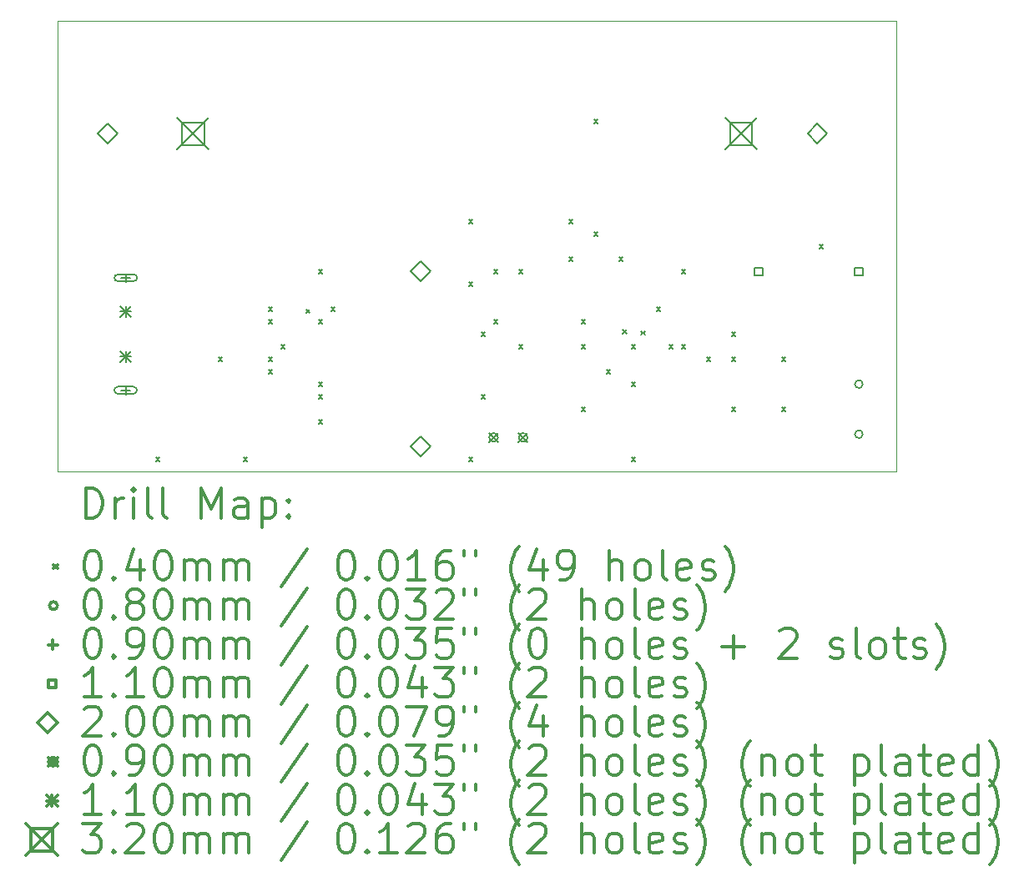
<source format=gbr>
%FSLAX45Y45*%
G04 Gerber Fmt 4.5, Leading zero omitted, Abs format (unit mm)*
G04 Created by KiCad (PCBNEW (5.1.2-1)-1) date 2020-04-26 14:53:32*
%MOMM*%
%LPD*%
G04 APERTURE LIST*
%ADD10C,0.050000*%
%ADD11C,0.200000*%
%ADD12C,0.300000*%
G04 APERTURE END LIST*
D10*
X8636000Y-10033000D02*
X8636000Y-10160000D01*
X17145000Y-10033000D02*
X8636000Y-10033000D01*
X17145000Y-14605000D02*
X17145000Y-10033000D01*
X8636000Y-14605000D02*
X17145000Y-14605000D01*
X8636000Y-14478000D02*
X8636000Y-14605000D01*
X8636000Y-14351000D02*
X8636000Y-14478000D01*
X8636000Y-10160000D02*
X8636000Y-14351000D01*
D11*
X9632000Y-14458000D02*
X9672000Y-14498000D01*
X9672000Y-14458000D02*
X9632000Y-14498000D01*
X10267000Y-13442000D02*
X10307000Y-13482000D01*
X10307000Y-13442000D02*
X10267000Y-13482000D01*
X10521000Y-14458000D02*
X10561000Y-14498000D01*
X10561000Y-14458000D02*
X10521000Y-14498000D01*
X10775000Y-12934000D02*
X10815000Y-12974000D01*
X10815000Y-12934000D02*
X10775000Y-12974000D01*
X10775000Y-13061000D02*
X10815000Y-13101000D01*
X10815000Y-13061000D02*
X10775000Y-13101000D01*
X10775000Y-13442000D02*
X10815000Y-13482000D01*
X10815000Y-13442000D02*
X10775000Y-13482000D01*
X10775000Y-13569000D02*
X10815000Y-13609000D01*
X10815000Y-13569000D02*
X10775000Y-13609000D01*
X10902000Y-13315000D02*
X10942000Y-13355000D01*
X10942000Y-13315000D02*
X10902000Y-13355000D01*
X11156000Y-12956462D02*
X11196000Y-12996462D01*
X11196000Y-12956462D02*
X11156000Y-12996462D01*
X11283000Y-12553000D02*
X11323000Y-12593000D01*
X11323000Y-12553000D02*
X11283000Y-12593000D01*
X11283000Y-13061000D02*
X11323000Y-13101000D01*
X11323000Y-13061000D02*
X11283000Y-13101000D01*
X11283000Y-13696000D02*
X11323000Y-13736000D01*
X11323000Y-13696000D02*
X11283000Y-13736000D01*
X11283000Y-13823000D02*
X11323000Y-13863000D01*
X11323000Y-13823000D02*
X11283000Y-13863000D01*
X11283000Y-14077000D02*
X11323000Y-14117000D01*
X11323000Y-14077000D02*
X11283000Y-14117000D01*
X11410000Y-12934000D02*
X11450000Y-12974000D01*
X11450000Y-12934000D02*
X11410000Y-12974000D01*
X12807000Y-12045000D02*
X12847000Y-12085000D01*
X12847000Y-12045000D02*
X12807000Y-12085000D01*
X12807000Y-12680000D02*
X12847000Y-12720000D01*
X12847000Y-12680000D02*
X12807000Y-12720000D01*
X12807000Y-14458000D02*
X12847000Y-14498000D01*
X12847000Y-14458000D02*
X12807000Y-14498000D01*
X12934000Y-13188000D02*
X12974000Y-13228000D01*
X12974000Y-13188000D02*
X12934000Y-13228000D01*
X12934000Y-13823000D02*
X12974000Y-13863000D01*
X12974000Y-13823000D02*
X12934000Y-13863000D01*
X13061000Y-12553000D02*
X13101000Y-12593000D01*
X13101000Y-12553000D02*
X13061000Y-12593000D01*
X13061000Y-13061000D02*
X13101000Y-13101000D01*
X13101000Y-13061000D02*
X13061000Y-13101000D01*
X13315000Y-12553000D02*
X13355000Y-12593000D01*
X13355000Y-12553000D02*
X13315000Y-12593000D01*
X13315000Y-13315000D02*
X13355000Y-13355000D01*
X13355000Y-13315000D02*
X13315000Y-13355000D01*
X13823000Y-12045000D02*
X13863000Y-12085000D01*
X13863000Y-12045000D02*
X13823000Y-12085000D01*
X13823000Y-12426000D02*
X13863000Y-12466000D01*
X13863000Y-12426000D02*
X13823000Y-12466000D01*
X13950000Y-13061000D02*
X13990000Y-13101000D01*
X13990000Y-13061000D02*
X13950000Y-13101000D01*
X13950000Y-13315000D02*
X13990000Y-13355000D01*
X13990000Y-13315000D02*
X13950000Y-13355000D01*
X13950000Y-13950000D02*
X13990000Y-13990000D01*
X13990000Y-13950000D02*
X13950000Y-13990000D01*
X14077000Y-11029000D02*
X14117000Y-11069000D01*
X14117000Y-11029000D02*
X14077000Y-11069000D01*
X14077000Y-12172000D02*
X14117000Y-12212000D01*
X14117000Y-12172000D02*
X14077000Y-12212000D01*
X14204000Y-13569000D02*
X14244000Y-13609000D01*
X14244000Y-13569000D02*
X14204000Y-13609000D01*
X14331000Y-12426000D02*
X14371000Y-12466000D01*
X14371000Y-12426000D02*
X14331000Y-12466000D01*
X14370071Y-13161425D02*
X14410071Y-13201425D01*
X14410071Y-13161425D02*
X14370071Y-13201425D01*
X14458000Y-13315000D02*
X14498000Y-13355000D01*
X14498000Y-13315000D02*
X14458000Y-13355000D01*
X14458000Y-13696000D02*
X14498000Y-13736000D01*
X14498000Y-13696000D02*
X14458000Y-13736000D01*
X14458000Y-14458000D02*
X14498000Y-14498000D01*
X14498000Y-14458000D02*
X14458000Y-14498000D01*
X14552940Y-13177077D02*
X14592940Y-13217077D01*
X14592940Y-13177077D02*
X14552940Y-13217077D01*
X14712000Y-12934000D02*
X14752000Y-12974000D01*
X14752000Y-12934000D02*
X14712000Y-12974000D01*
X14839000Y-13315000D02*
X14879000Y-13355000D01*
X14879000Y-13315000D02*
X14839000Y-13355000D01*
X14966000Y-12553000D02*
X15006000Y-12593000D01*
X15006000Y-12553000D02*
X14966000Y-12593000D01*
X14966000Y-13315000D02*
X15006000Y-13355000D01*
X15006000Y-13315000D02*
X14966000Y-13355000D01*
X15220000Y-13442000D02*
X15260000Y-13482000D01*
X15260000Y-13442000D02*
X15220000Y-13482000D01*
X15474000Y-13188000D02*
X15514000Y-13228000D01*
X15514000Y-13188000D02*
X15474000Y-13228000D01*
X15474000Y-13442000D02*
X15514000Y-13482000D01*
X15514000Y-13442000D02*
X15474000Y-13482000D01*
X15474000Y-13950000D02*
X15514000Y-13990000D01*
X15514000Y-13950000D02*
X15474000Y-13990000D01*
X15982000Y-13442000D02*
X16022000Y-13482000D01*
X16022000Y-13442000D02*
X15982000Y-13482000D01*
X15982000Y-13950000D02*
X16022000Y-13990000D01*
X16022000Y-13950000D02*
X15982000Y-13990000D01*
X16363000Y-12299000D02*
X16403000Y-12339000D01*
X16403000Y-12299000D02*
X16363000Y-12339000D01*
X16804005Y-14224000D02*
G75*
G03X16804005Y-14224000I-40005J0D01*
G01*
X16804005Y-13716000D02*
G75*
G03X16804005Y-13716000I-40005J0D01*
G01*
X9326000Y-12593000D02*
X9326000Y-12683000D01*
X9281000Y-12638000D02*
X9371000Y-12638000D01*
X9406000Y-12603000D02*
X9246000Y-12603000D01*
X9406000Y-12673000D02*
X9246000Y-12673000D01*
X9246000Y-12603000D02*
G75*
G03X9246000Y-12673000I0J-35000D01*
G01*
X9406000Y-12673000D02*
G75*
G03X9406000Y-12603000I0J35000D01*
G01*
X9326000Y-13733000D02*
X9326000Y-13823000D01*
X9281000Y-13778000D02*
X9371000Y-13778000D01*
X9406000Y-13743000D02*
X9246000Y-13743000D01*
X9406000Y-13813000D02*
X9246000Y-13813000D01*
X9246000Y-13743000D02*
G75*
G03X9246000Y-13813000I0J-35000D01*
G01*
X9406000Y-13813000D02*
G75*
G03X9406000Y-13743000I0J35000D01*
G01*
X15786891Y-12611891D02*
X15786891Y-12534109D01*
X15709109Y-12534109D01*
X15709109Y-12611891D01*
X15786891Y-12611891D01*
X16802891Y-12611891D02*
X16802891Y-12534109D01*
X16725109Y-12534109D01*
X16725109Y-12611891D01*
X16802891Y-12611891D01*
X12319000Y-12673000D02*
X12419000Y-12573000D01*
X12319000Y-12473000D01*
X12219000Y-12573000D01*
X12319000Y-12673000D01*
X12319000Y-14451000D02*
X12419000Y-14351000D01*
X12319000Y-14251000D01*
X12219000Y-14351000D01*
X12319000Y-14451000D01*
X9144000Y-11276000D02*
X9244000Y-11176000D01*
X9144000Y-11076000D01*
X9044000Y-11176000D01*
X9144000Y-11276000D01*
X16344000Y-11276000D02*
X16444000Y-11176000D01*
X16344000Y-11076000D01*
X16244000Y-11176000D01*
X16344000Y-11276000D01*
X13013000Y-14212000D02*
X13103000Y-14302000D01*
X13103000Y-14212000D02*
X13013000Y-14302000D01*
X13103000Y-14257000D02*
G75*
G03X13103000Y-14257000I-45000J0D01*
G01*
X13313000Y-14212000D02*
X13403000Y-14302000D01*
X13403000Y-14212000D02*
X13313000Y-14302000D01*
X13403000Y-14257000D02*
G75*
G03X13403000Y-14257000I-45000J0D01*
G01*
X9271000Y-12923000D02*
X9381000Y-13033000D01*
X9381000Y-12923000D02*
X9271000Y-13033000D01*
X9326000Y-12923000D02*
X9326000Y-13033000D01*
X9271000Y-12978000D02*
X9381000Y-12978000D01*
X9271000Y-13383000D02*
X9381000Y-13493000D01*
X9381000Y-13383000D02*
X9271000Y-13493000D01*
X9326000Y-13383000D02*
X9326000Y-13493000D01*
X9271000Y-13438000D02*
X9381000Y-13438000D01*
X9848500Y-11016000D02*
X10168500Y-11336000D01*
X10168500Y-11016000D02*
X9848500Y-11336000D01*
X10121638Y-11289138D02*
X10121638Y-11062862D01*
X9895362Y-11062862D01*
X9895362Y-11289138D01*
X10121638Y-11289138D01*
X15409500Y-11016000D02*
X15729500Y-11336000D01*
X15729500Y-11016000D02*
X15409500Y-11336000D01*
X15682638Y-11289138D02*
X15682638Y-11062862D01*
X15456362Y-11062862D01*
X15456362Y-11289138D01*
X15682638Y-11289138D01*
D12*
X8919928Y-15073214D02*
X8919928Y-14773214D01*
X8991357Y-14773214D01*
X9034214Y-14787500D01*
X9062786Y-14816071D01*
X9077071Y-14844643D01*
X9091357Y-14901786D01*
X9091357Y-14944643D01*
X9077071Y-15001786D01*
X9062786Y-15030357D01*
X9034214Y-15058929D01*
X8991357Y-15073214D01*
X8919928Y-15073214D01*
X9219928Y-15073214D02*
X9219928Y-14873214D01*
X9219928Y-14930357D02*
X9234214Y-14901786D01*
X9248500Y-14887500D01*
X9277071Y-14873214D01*
X9305643Y-14873214D01*
X9405643Y-15073214D02*
X9405643Y-14873214D01*
X9405643Y-14773214D02*
X9391357Y-14787500D01*
X9405643Y-14801786D01*
X9419928Y-14787500D01*
X9405643Y-14773214D01*
X9405643Y-14801786D01*
X9591357Y-15073214D02*
X9562786Y-15058929D01*
X9548500Y-15030357D01*
X9548500Y-14773214D01*
X9748500Y-15073214D02*
X9719928Y-15058929D01*
X9705643Y-15030357D01*
X9705643Y-14773214D01*
X10091357Y-15073214D02*
X10091357Y-14773214D01*
X10191357Y-14987500D01*
X10291357Y-14773214D01*
X10291357Y-15073214D01*
X10562786Y-15073214D02*
X10562786Y-14916071D01*
X10548500Y-14887500D01*
X10519928Y-14873214D01*
X10462786Y-14873214D01*
X10434214Y-14887500D01*
X10562786Y-15058929D02*
X10534214Y-15073214D01*
X10462786Y-15073214D01*
X10434214Y-15058929D01*
X10419928Y-15030357D01*
X10419928Y-15001786D01*
X10434214Y-14973214D01*
X10462786Y-14958929D01*
X10534214Y-14958929D01*
X10562786Y-14944643D01*
X10705643Y-14873214D02*
X10705643Y-15173214D01*
X10705643Y-14887500D02*
X10734214Y-14873214D01*
X10791357Y-14873214D01*
X10819928Y-14887500D01*
X10834214Y-14901786D01*
X10848500Y-14930357D01*
X10848500Y-15016071D01*
X10834214Y-15044643D01*
X10819928Y-15058929D01*
X10791357Y-15073214D01*
X10734214Y-15073214D01*
X10705643Y-15058929D01*
X10977071Y-15044643D02*
X10991357Y-15058929D01*
X10977071Y-15073214D01*
X10962786Y-15058929D01*
X10977071Y-15044643D01*
X10977071Y-15073214D01*
X10977071Y-14887500D02*
X10991357Y-14901786D01*
X10977071Y-14916071D01*
X10962786Y-14901786D01*
X10977071Y-14887500D01*
X10977071Y-14916071D01*
X8593500Y-15547500D02*
X8633500Y-15587500D01*
X8633500Y-15547500D02*
X8593500Y-15587500D01*
X8977071Y-15403214D02*
X9005643Y-15403214D01*
X9034214Y-15417500D01*
X9048500Y-15431786D01*
X9062786Y-15460357D01*
X9077071Y-15517500D01*
X9077071Y-15588929D01*
X9062786Y-15646071D01*
X9048500Y-15674643D01*
X9034214Y-15688929D01*
X9005643Y-15703214D01*
X8977071Y-15703214D01*
X8948500Y-15688929D01*
X8934214Y-15674643D01*
X8919928Y-15646071D01*
X8905643Y-15588929D01*
X8905643Y-15517500D01*
X8919928Y-15460357D01*
X8934214Y-15431786D01*
X8948500Y-15417500D01*
X8977071Y-15403214D01*
X9205643Y-15674643D02*
X9219928Y-15688929D01*
X9205643Y-15703214D01*
X9191357Y-15688929D01*
X9205643Y-15674643D01*
X9205643Y-15703214D01*
X9477071Y-15503214D02*
X9477071Y-15703214D01*
X9405643Y-15388929D02*
X9334214Y-15603214D01*
X9519928Y-15603214D01*
X9691357Y-15403214D02*
X9719928Y-15403214D01*
X9748500Y-15417500D01*
X9762786Y-15431786D01*
X9777071Y-15460357D01*
X9791357Y-15517500D01*
X9791357Y-15588929D01*
X9777071Y-15646071D01*
X9762786Y-15674643D01*
X9748500Y-15688929D01*
X9719928Y-15703214D01*
X9691357Y-15703214D01*
X9662786Y-15688929D01*
X9648500Y-15674643D01*
X9634214Y-15646071D01*
X9619928Y-15588929D01*
X9619928Y-15517500D01*
X9634214Y-15460357D01*
X9648500Y-15431786D01*
X9662786Y-15417500D01*
X9691357Y-15403214D01*
X9919928Y-15703214D02*
X9919928Y-15503214D01*
X9919928Y-15531786D02*
X9934214Y-15517500D01*
X9962786Y-15503214D01*
X10005643Y-15503214D01*
X10034214Y-15517500D01*
X10048500Y-15546071D01*
X10048500Y-15703214D01*
X10048500Y-15546071D02*
X10062786Y-15517500D01*
X10091357Y-15503214D01*
X10134214Y-15503214D01*
X10162786Y-15517500D01*
X10177071Y-15546071D01*
X10177071Y-15703214D01*
X10319928Y-15703214D02*
X10319928Y-15503214D01*
X10319928Y-15531786D02*
X10334214Y-15517500D01*
X10362786Y-15503214D01*
X10405643Y-15503214D01*
X10434214Y-15517500D01*
X10448500Y-15546071D01*
X10448500Y-15703214D01*
X10448500Y-15546071D02*
X10462786Y-15517500D01*
X10491357Y-15503214D01*
X10534214Y-15503214D01*
X10562786Y-15517500D01*
X10577071Y-15546071D01*
X10577071Y-15703214D01*
X11162786Y-15388929D02*
X10905643Y-15774643D01*
X11548500Y-15403214D02*
X11577071Y-15403214D01*
X11605643Y-15417500D01*
X11619928Y-15431786D01*
X11634214Y-15460357D01*
X11648500Y-15517500D01*
X11648500Y-15588929D01*
X11634214Y-15646071D01*
X11619928Y-15674643D01*
X11605643Y-15688929D01*
X11577071Y-15703214D01*
X11548500Y-15703214D01*
X11519928Y-15688929D01*
X11505643Y-15674643D01*
X11491357Y-15646071D01*
X11477071Y-15588929D01*
X11477071Y-15517500D01*
X11491357Y-15460357D01*
X11505643Y-15431786D01*
X11519928Y-15417500D01*
X11548500Y-15403214D01*
X11777071Y-15674643D02*
X11791357Y-15688929D01*
X11777071Y-15703214D01*
X11762786Y-15688929D01*
X11777071Y-15674643D01*
X11777071Y-15703214D01*
X11977071Y-15403214D02*
X12005643Y-15403214D01*
X12034214Y-15417500D01*
X12048500Y-15431786D01*
X12062786Y-15460357D01*
X12077071Y-15517500D01*
X12077071Y-15588929D01*
X12062786Y-15646071D01*
X12048500Y-15674643D01*
X12034214Y-15688929D01*
X12005643Y-15703214D01*
X11977071Y-15703214D01*
X11948500Y-15688929D01*
X11934214Y-15674643D01*
X11919928Y-15646071D01*
X11905643Y-15588929D01*
X11905643Y-15517500D01*
X11919928Y-15460357D01*
X11934214Y-15431786D01*
X11948500Y-15417500D01*
X11977071Y-15403214D01*
X12362786Y-15703214D02*
X12191357Y-15703214D01*
X12277071Y-15703214D02*
X12277071Y-15403214D01*
X12248500Y-15446071D01*
X12219928Y-15474643D01*
X12191357Y-15488929D01*
X12619928Y-15403214D02*
X12562786Y-15403214D01*
X12534214Y-15417500D01*
X12519928Y-15431786D01*
X12491357Y-15474643D01*
X12477071Y-15531786D01*
X12477071Y-15646071D01*
X12491357Y-15674643D01*
X12505643Y-15688929D01*
X12534214Y-15703214D01*
X12591357Y-15703214D01*
X12619928Y-15688929D01*
X12634214Y-15674643D01*
X12648500Y-15646071D01*
X12648500Y-15574643D01*
X12634214Y-15546071D01*
X12619928Y-15531786D01*
X12591357Y-15517500D01*
X12534214Y-15517500D01*
X12505643Y-15531786D01*
X12491357Y-15546071D01*
X12477071Y-15574643D01*
X12762786Y-15403214D02*
X12762786Y-15460357D01*
X12877071Y-15403214D02*
X12877071Y-15460357D01*
X13319928Y-15817500D02*
X13305643Y-15803214D01*
X13277071Y-15760357D01*
X13262786Y-15731786D01*
X13248500Y-15688929D01*
X13234214Y-15617500D01*
X13234214Y-15560357D01*
X13248500Y-15488929D01*
X13262786Y-15446071D01*
X13277071Y-15417500D01*
X13305643Y-15374643D01*
X13319928Y-15360357D01*
X13562786Y-15503214D02*
X13562786Y-15703214D01*
X13491357Y-15388929D02*
X13419928Y-15603214D01*
X13605643Y-15603214D01*
X13734214Y-15703214D02*
X13791357Y-15703214D01*
X13819928Y-15688929D01*
X13834214Y-15674643D01*
X13862786Y-15631786D01*
X13877071Y-15574643D01*
X13877071Y-15460357D01*
X13862786Y-15431786D01*
X13848500Y-15417500D01*
X13819928Y-15403214D01*
X13762786Y-15403214D01*
X13734214Y-15417500D01*
X13719928Y-15431786D01*
X13705643Y-15460357D01*
X13705643Y-15531786D01*
X13719928Y-15560357D01*
X13734214Y-15574643D01*
X13762786Y-15588929D01*
X13819928Y-15588929D01*
X13848500Y-15574643D01*
X13862786Y-15560357D01*
X13877071Y-15531786D01*
X14234214Y-15703214D02*
X14234214Y-15403214D01*
X14362786Y-15703214D02*
X14362786Y-15546071D01*
X14348500Y-15517500D01*
X14319928Y-15503214D01*
X14277071Y-15503214D01*
X14248500Y-15517500D01*
X14234214Y-15531786D01*
X14548500Y-15703214D02*
X14519928Y-15688929D01*
X14505643Y-15674643D01*
X14491357Y-15646071D01*
X14491357Y-15560357D01*
X14505643Y-15531786D01*
X14519928Y-15517500D01*
X14548500Y-15503214D01*
X14591357Y-15503214D01*
X14619928Y-15517500D01*
X14634214Y-15531786D01*
X14648500Y-15560357D01*
X14648500Y-15646071D01*
X14634214Y-15674643D01*
X14619928Y-15688929D01*
X14591357Y-15703214D01*
X14548500Y-15703214D01*
X14819928Y-15703214D02*
X14791357Y-15688929D01*
X14777071Y-15660357D01*
X14777071Y-15403214D01*
X15048500Y-15688929D02*
X15019928Y-15703214D01*
X14962786Y-15703214D01*
X14934214Y-15688929D01*
X14919928Y-15660357D01*
X14919928Y-15546071D01*
X14934214Y-15517500D01*
X14962786Y-15503214D01*
X15019928Y-15503214D01*
X15048500Y-15517500D01*
X15062786Y-15546071D01*
X15062786Y-15574643D01*
X14919928Y-15603214D01*
X15177071Y-15688929D02*
X15205643Y-15703214D01*
X15262786Y-15703214D01*
X15291357Y-15688929D01*
X15305643Y-15660357D01*
X15305643Y-15646071D01*
X15291357Y-15617500D01*
X15262786Y-15603214D01*
X15219928Y-15603214D01*
X15191357Y-15588929D01*
X15177071Y-15560357D01*
X15177071Y-15546071D01*
X15191357Y-15517500D01*
X15219928Y-15503214D01*
X15262786Y-15503214D01*
X15291357Y-15517500D01*
X15405643Y-15817500D02*
X15419928Y-15803214D01*
X15448500Y-15760357D01*
X15462786Y-15731786D01*
X15477071Y-15688929D01*
X15491357Y-15617500D01*
X15491357Y-15560357D01*
X15477071Y-15488929D01*
X15462786Y-15446071D01*
X15448500Y-15417500D01*
X15419928Y-15374643D01*
X15405643Y-15360357D01*
X8633500Y-15963500D02*
G75*
G03X8633500Y-15963500I-40005J0D01*
G01*
X8977071Y-15799214D02*
X9005643Y-15799214D01*
X9034214Y-15813500D01*
X9048500Y-15827786D01*
X9062786Y-15856357D01*
X9077071Y-15913500D01*
X9077071Y-15984929D01*
X9062786Y-16042071D01*
X9048500Y-16070643D01*
X9034214Y-16084929D01*
X9005643Y-16099214D01*
X8977071Y-16099214D01*
X8948500Y-16084929D01*
X8934214Y-16070643D01*
X8919928Y-16042071D01*
X8905643Y-15984929D01*
X8905643Y-15913500D01*
X8919928Y-15856357D01*
X8934214Y-15827786D01*
X8948500Y-15813500D01*
X8977071Y-15799214D01*
X9205643Y-16070643D02*
X9219928Y-16084929D01*
X9205643Y-16099214D01*
X9191357Y-16084929D01*
X9205643Y-16070643D01*
X9205643Y-16099214D01*
X9391357Y-15927786D02*
X9362786Y-15913500D01*
X9348500Y-15899214D01*
X9334214Y-15870643D01*
X9334214Y-15856357D01*
X9348500Y-15827786D01*
X9362786Y-15813500D01*
X9391357Y-15799214D01*
X9448500Y-15799214D01*
X9477071Y-15813500D01*
X9491357Y-15827786D01*
X9505643Y-15856357D01*
X9505643Y-15870643D01*
X9491357Y-15899214D01*
X9477071Y-15913500D01*
X9448500Y-15927786D01*
X9391357Y-15927786D01*
X9362786Y-15942071D01*
X9348500Y-15956357D01*
X9334214Y-15984929D01*
X9334214Y-16042071D01*
X9348500Y-16070643D01*
X9362786Y-16084929D01*
X9391357Y-16099214D01*
X9448500Y-16099214D01*
X9477071Y-16084929D01*
X9491357Y-16070643D01*
X9505643Y-16042071D01*
X9505643Y-15984929D01*
X9491357Y-15956357D01*
X9477071Y-15942071D01*
X9448500Y-15927786D01*
X9691357Y-15799214D02*
X9719928Y-15799214D01*
X9748500Y-15813500D01*
X9762786Y-15827786D01*
X9777071Y-15856357D01*
X9791357Y-15913500D01*
X9791357Y-15984929D01*
X9777071Y-16042071D01*
X9762786Y-16070643D01*
X9748500Y-16084929D01*
X9719928Y-16099214D01*
X9691357Y-16099214D01*
X9662786Y-16084929D01*
X9648500Y-16070643D01*
X9634214Y-16042071D01*
X9619928Y-15984929D01*
X9619928Y-15913500D01*
X9634214Y-15856357D01*
X9648500Y-15827786D01*
X9662786Y-15813500D01*
X9691357Y-15799214D01*
X9919928Y-16099214D02*
X9919928Y-15899214D01*
X9919928Y-15927786D02*
X9934214Y-15913500D01*
X9962786Y-15899214D01*
X10005643Y-15899214D01*
X10034214Y-15913500D01*
X10048500Y-15942071D01*
X10048500Y-16099214D01*
X10048500Y-15942071D02*
X10062786Y-15913500D01*
X10091357Y-15899214D01*
X10134214Y-15899214D01*
X10162786Y-15913500D01*
X10177071Y-15942071D01*
X10177071Y-16099214D01*
X10319928Y-16099214D02*
X10319928Y-15899214D01*
X10319928Y-15927786D02*
X10334214Y-15913500D01*
X10362786Y-15899214D01*
X10405643Y-15899214D01*
X10434214Y-15913500D01*
X10448500Y-15942071D01*
X10448500Y-16099214D01*
X10448500Y-15942071D02*
X10462786Y-15913500D01*
X10491357Y-15899214D01*
X10534214Y-15899214D01*
X10562786Y-15913500D01*
X10577071Y-15942071D01*
X10577071Y-16099214D01*
X11162786Y-15784929D02*
X10905643Y-16170643D01*
X11548500Y-15799214D02*
X11577071Y-15799214D01*
X11605643Y-15813500D01*
X11619928Y-15827786D01*
X11634214Y-15856357D01*
X11648500Y-15913500D01*
X11648500Y-15984929D01*
X11634214Y-16042071D01*
X11619928Y-16070643D01*
X11605643Y-16084929D01*
X11577071Y-16099214D01*
X11548500Y-16099214D01*
X11519928Y-16084929D01*
X11505643Y-16070643D01*
X11491357Y-16042071D01*
X11477071Y-15984929D01*
X11477071Y-15913500D01*
X11491357Y-15856357D01*
X11505643Y-15827786D01*
X11519928Y-15813500D01*
X11548500Y-15799214D01*
X11777071Y-16070643D02*
X11791357Y-16084929D01*
X11777071Y-16099214D01*
X11762786Y-16084929D01*
X11777071Y-16070643D01*
X11777071Y-16099214D01*
X11977071Y-15799214D02*
X12005643Y-15799214D01*
X12034214Y-15813500D01*
X12048500Y-15827786D01*
X12062786Y-15856357D01*
X12077071Y-15913500D01*
X12077071Y-15984929D01*
X12062786Y-16042071D01*
X12048500Y-16070643D01*
X12034214Y-16084929D01*
X12005643Y-16099214D01*
X11977071Y-16099214D01*
X11948500Y-16084929D01*
X11934214Y-16070643D01*
X11919928Y-16042071D01*
X11905643Y-15984929D01*
X11905643Y-15913500D01*
X11919928Y-15856357D01*
X11934214Y-15827786D01*
X11948500Y-15813500D01*
X11977071Y-15799214D01*
X12177071Y-15799214D02*
X12362786Y-15799214D01*
X12262786Y-15913500D01*
X12305643Y-15913500D01*
X12334214Y-15927786D01*
X12348500Y-15942071D01*
X12362786Y-15970643D01*
X12362786Y-16042071D01*
X12348500Y-16070643D01*
X12334214Y-16084929D01*
X12305643Y-16099214D01*
X12219928Y-16099214D01*
X12191357Y-16084929D01*
X12177071Y-16070643D01*
X12477071Y-15827786D02*
X12491357Y-15813500D01*
X12519928Y-15799214D01*
X12591357Y-15799214D01*
X12619928Y-15813500D01*
X12634214Y-15827786D01*
X12648500Y-15856357D01*
X12648500Y-15884929D01*
X12634214Y-15927786D01*
X12462786Y-16099214D01*
X12648500Y-16099214D01*
X12762786Y-15799214D02*
X12762786Y-15856357D01*
X12877071Y-15799214D02*
X12877071Y-15856357D01*
X13319928Y-16213500D02*
X13305643Y-16199214D01*
X13277071Y-16156357D01*
X13262786Y-16127786D01*
X13248500Y-16084929D01*
X13234214Y-16013500D01*
X13234214Y-15956357D01*
X13248500Y-15884929D01*
X13262786Y-15842071D01*
X13277071Y-15813500D01*
X13305643Y-15770643D01*
X13319928Y-15756357D01*
X13419928Y-15827786D02*
X13434214Y-15813500D01*
X13462786Y-15799214D01*
X13534214Y-15799214D01*
X13562786Y-15813500D01*
X13577071Y-15827786D01*
X13591357Y-15856357D01*
X13591357Y-15884929D01*
X13577071Y-15927786D01*
X13405643Y-16099214D01*
X13591357Y-16099214D01*
X13948500Y-16099214D02*
X13948500Y-15799214D01*
X14077071Y-16099214D02*
X14077071Y-15942071D01*
X14062786Y-15913500D01*
X14034214Y-15899214D01*
X13991357Y-15899214D01*
X13962786Y-15913500D01*
X13948500Y-15927786D01*
X14262786Y-16099214D02*
X14234214Y-16084929D01*
X14219928Y-16070643D01*
X14205643Y-16042071D01*
X14205643Y-15956357D01*
X14219928Y-15927786D01*
X14234214Y-15913500D01*
X14262786Y-15899214D01*
X14305643Y-15899214D01*
X14334214Y-15913500D01*
X14348500Y-15927786D01*
X14362786Y-15956357D01*
X14362786Y-16042071D01*
X14348500Y-16070643D01*
X14334214Y-16084929D01*
X14305643Y-16099214D01*
X14262786Y-16099214D01*
X14534214Y-16099214D02*
X14505643Y-16084929D01*
X14491357Y-16056357D01*
X14491357Y-15799214D01*
X14762786Y-16084929D02*
X14734214Y-16099214D01*
X14677071Y-16099214D01*
X14648500Y-16084929D01*
X14634214Y-16056357D01*
X14634214Y-15942071D01*
X14648500Y-15913500D01*
X14677071Y-15899214D01*
X14734214Y-15899214D01*
X14762786Y-15913500D01*
X14777071Y-15942071D01*
X14777071Y-15970643D01*
X14634214Y-15999214D01*
X14891357Y-16084929D02*
X14919928Y-16099214D01*
X14977071Y-16099214D01*
X15005643Y-16084929D01*
X15019928Y-16056357D01*
X15019928Y-16042071D01*
X15005643Y-16013500D01*
X14977071Y-15999214D01*
X14934214Y-15999214D01*
X14905643Y-15984929D01*
X14891357Y-15956357D01*
X14891357Y-15942071D01*
X14905643Y-15913500D01*
X14934214Y-15899214D01*
X14977071Y-15899214D01*
X15005643Y-15913500D01*
X15119928Y-16213500D02*
X15134214Y-16199214D01*
X15162786Y-16156357D01*
X15177071Y-16127786D01*
X15191357Y-16084929D01*
X15205643Y-16013500D01*
X15205643Y-15956357D01*
X15191357Y-15884929D01*
X15177071Y-15842071D01*
X15162786Y-15813500D01*
X15134214Y-15770643D01*
X15119928Y-15756357D01*
X8588500Y-16314500D02*
X8588500Y-16404500D01*
X8543500Y-16359500D02*
X8633500Y-16359500D01*
X8977071Y-16195214D02*
X9005643Y-16195214D01*
X9034214Y-16209500D01*
X9048500Y-16223786D01*
X9062786Y-16252357D01*
X9077071Y-16309500D01*
X9077071Y-16380929D01*
X9062786Y-16438071D01*
X9048500Y-16466643D01*
X9034214Y-16480929D01*
X9005643Y-16495214D01*
X8977071Y-16495214D01*
X8948500Y-16480929D01*
X8934214Y-16466643D01*
X8919928Y-16438071D01*
X8905643Y-16380929D01*
X8905643Y-16309500D01*
X8919928Y-16252357D01*
X8934214Y-16223786D01*
X8948500Y-16209500D01*
X8977071Y-16195214D01*
X9205643Y-16466643D02*
X9219928Y-16480929D01*
X9205643Y-16495214D01*
X9191357Y-16480929D01*
X9205643Y-16466643D01*
X9205643Y-16495214D01*
X9362786Y-16495214D02*
X9419928Y-16495214D01*
X9448500Y-16480929D01*
X9462786Y-16466643D01*
X9491357Y-16423786D01*
X9505643Y-16366643D01*
X9505643Y-16252357D01*
X9491357Y-16223786D01*
X9477071Y-16209500D01*
X9448500Y-16195214D01*
X9391357Y-16195214D01*
X9362786Y-16209500D01*
X9348500Y-16223786D01*
X9334214Y-16252357D01*
X9334214Y-16323786D01*
X9348500Y-16352357D01*
X9362786Y-16366643D01*
X9391357Y-16380929D01*
X9448500Y-16380929D01*
X9477071Y-16366643D01*
X9491357Y-16352357D01*
X9505643Y-16323786D01*
X9691357Y-16195214D02*
X9719928Y-16195214D01*
X9748500Y-16209500D01*
X9762786Y-16223786D01*
X9777071Y-16252357D01*
X9791357Y-16309500D01*
X9791357Y-16380929D01*
X9777071Y-16438071D01*
X9762786Y-16466643D01*
X9748500Y-16480929D01*
X9719928Y-16495214D01*
X9691357Y-16495214D01*
X9662786Y-16480929D01*
X9648500Y-16466643D01*
X9634214Y-16438071D01*
X9619928Y-16380929D01*
X9619928Y-16309500D01*
X9634214Y-16252357D01*
X9648500Y-16223786D01*
X9662786Y-16209500D01*
X9691357Y-16195214D01*
X9919928Y-16495214D02*
X9919928Y-16295214D01*
X9919928Y-16323786D02*
X9934214Y-16309500D01*
X9962786Y-16295214D01*
X10005643Y-16295214D01*
X10034214Y-16309500D01*
X10048500Y-16338071D01*
X10048500Y-16495214D01*
X10048500Y-16338071D02*
X10062786Y-16309500D01*
X10091357Y-16295214D01*
X10134214Y-16295214D01*
X10162786Y-16309500D01*
X10177071Y-16338071D01*
X10177071Y-16495214D01*
X10319928Y-16495214D02*
X10319928Y-16295214D01*
X10319928Y-16323786D02*
X10334214Y-16309500D01*
X10362786Y-16295214D01*
X10405643Y-16295214D01*
X10434214Y-16309500D01*
X10448500Y-16338071D01*
X10448500Y-16495214D01*
X10448500Y-16338071D02*
X10462786Y-16309500D01*
X10491357Y-16295214D01*
X10534214Y-16295214D01*
X10562786Y-16309500D01*
X10577071Y-16338071D01*
X10577071Y-16495214D01*
X11162786Y-16180929D02*
X10905643Y-16566643D01*
X11548500Y-16195214D02*
X11577071Y-16195214D01*
X11605643Y-16209500D01*
X11619928Y-16223786D01*
X11634214Y-16252357D01*
X11648500Y-16309500D01*
X11648500Y-16380929D01*
X11634214Y-16438071D01*
X11619928Y-16466643D01*
X11605643Y-16480929D01*
X11577071Y-16495214D01*
X11548500Y-16495214D01*
X11519928Y-16480929D01*
X11505643Y-16466643D01*
X11491357Y-16438071D01*
X11477071Y-16380929D01*
X11477071Y-16309500D01*
X11491357Y-16252357D01*
X11505643Y-16223786D01*
X11519928Y-16209500D01*
X11548500Y-16195214D01*
X11777071Y-16466643D02*
X11791357Y-16480929D01*
X11777071Y-16495214D01*
X11762786Y-16480929D01*
X11777071Y-16466643D01*
X11777071Y-16495214D01*
X11977071Y-16195214D02*
X12005643Y-16195214D01*
X12034214Y-16209500D01*
X12048500Y-16223786D01*
X12062786Y-16252357D01*
X12077071Y-16309500D01*
X12077071Y-16380929D01*
X12062786Y-16438071D01*
X12048500Y-16466643D01*
X12034214Y-16480929D01*
X12005643Y-16495214D01*
X11977071Y-16495214D01*
X11948500Y-16480929D01*
X11934214Y-16466643D01*
X11919928Y-16438071D01*
X11905643Y-16380929D01*
X11905643Y-16309500D01*
X11919928Y-16252357D01*
X11934214Y-16223786D01*
X11948500Y-16209500D01*
X11977071Y-16195214D01*
X12177071Y-16195214D02*
X12362786Y-16195214D01*
X12262786Y-16309500D01*
X12305643Y-16309500D01*
X12334214Y-16323786D01*
X12348500Y-16338071D01*
X12362786Y-16366643D01*
X12362786Y-16438071D01*
X12348500Y-16466643D01*
X12334214Y-16480929D01*
X12305643Y-16495214D01*
X12219928Y-16495214D01*
X12191357Y-16480929D01*
X12177071Y-16466643D01*
X12634214Y-16195214D02*
X12491357Y-16195214D01*
X12477071Y-16338071D01*
X12491357Y-16323786D01*
X12519928Y-16309500D01*
X12591357Y-16309500D01*
X12619928Y-16323786D01*
X12634214Y-16338071D01*
X12648500Y-16366643D01*
X12648500Y-16438071D01*
X12634214Y-16466643D01*
X12619928Y-16480929D01*
X12591357Y-16495214D01*
X12519928Y-16495214D01*
X12491357Y-16480929D01*
X12477071Y-16466643D01*
X12762786Y-16195214D02*
X12762786Y-16252357D01*
X12877071Y-16195214D02*
X12877071Y-16252357D01*
X13319928Y-16609500D02*
X13305643Y-16595214D01*
X13277071Y-16552357D01*
X13262786Y-16523786D01*
X13248500Y-16480929D01*
X13234214Y-16409500D01*
X13234214Y-16352357D01*
X13248500Y-16280929D01*
X13262786Y-16238071D01*
X13277071Y-16209500D01*
X13305643Y-16166643D01*
X13319928Y-16152357D01*
X13491357Y-16195214D02*
X13519928Y-16195214D01*
X13548500Y-16209500D01*
X13562786Y-16223786D01*
X13577071Y-16252357D01*
X13591357Y-16309500D01*
X13591357Y-16380929D01*
X13577071Y-16438071D01*
X13562786Y-16466643D01*
X13548500Y-16480929D01*
X13519928Y-16495214D01*
X13491357Y-16495214D01*
X13462786Y-16480929D01*
X13448500Y-16466643D01*
X13434214Y-16438071D01*
X13419928Y-16380929D01*
X13419928Y-16309500D01*
X13434214Y-16252357D01*
X13448500Y-16223786D01*
X13462786Y-16209500D01*
X13491357Y-16195214D01*
X13948500Y-16495214D02*
X13948500Y-16195214D01*
X14077071Y-16495214D02*
X14077071Y-16338071D01*
X14062786Y-16309500D01*
X14034214Y-16295214D01*
X13991357Y-16295214D01*
X13962786Y-16309500D01*
X13948500Y-16323786D01*
X14262786Y-16495214D02*
X14234214Y-16480929D01*
X14219928Y-16466643D01*
X14205643Y-16438071D01*
X14205643Y-16352357D01*
X14219928Y-16323786D01*
X14234214Y-16309500D01*
X14262786Y-16295214D01*
X14305643Y-16295214D01*
X14334214Y-16309500D01*
X14348500Y-16323786D01*
X14362786Y-16352357D01*
X14362786Y-16438071D01*
X14348500Y-16466643D01*
X14334214Y-16480929D01*
X14305643Y-16495214D01*
X14262786Y-16495214D01*
X14534214Y-16495214D02*
X14505643Y-16480929D01*
X14491357Y-16452357D01*
X14491357Y-16195214D01*
X14762786Y-16480929D02*
X14734214Y-16495214D01*
X14677071Y-16495214D01*
X14648500Y-16480929D01*
X14634214Y-16452357D01*
X14634214Y-16338071D01*
X14648500Y-16309500D01*
X14677071Y-16295214D01*
X14734214Y-16295214D01*
X14762786Y-16309500D01*
X14777071Y-16338071D01*
X14777071Y-16366643D01*
X14634214Y-16395214D01*
X14891357Y-16480929D02*
X14919928Y-16495214D01*
X14977071Y-16495214D01*
X15005643Y-16480929D01*
X15019928Y-16452357D01*
X15019928Y-16438071D01*
X15005643Y-16409500D01*
X14977071Y-16395214D01*
X14934214Y-16395214D01*
X14905643Y-16380929D01*
X14891357Y-16352357D01*
X14891357Y-16338071D01*
X14905643Y-16309500D01*
X14934214Y-16295214D01*
X14977071Y-16295214D01*
X15005643Y-16309500D01*
X15377071Y-16380929D02*
X15605643Y-16380929D01*
X15491357Y-16495214D02*
X15491357Y-16266643D01*
X15962786Y-16223786D02*
X15977071Y-16209500D01*
X16005643Y-16195214D01*
X16077071Y-16195214D01*
X16105643Y-16209500D01*
X16119928Y-16223786D01*
X16134214Y-16252357D01*
X16134214Y-16280929D01*
X16119928Y-16323786D01*
X15948500Y-16495214D01*
X16134214Y-16495214D01*
X16477071Y-16480929D02*
X16505643Y-16495214D01*
X16562786Y-16495214D01*
X16591357Y-16480929D01*
X16605643Y-16452357D01*
X16605643Y-16438071D01*
X16591357Y-16409500D01*
X16562786Y-16395214D01*
X16519928Y-16395214D01*
X16491357Y-16380929D01*
X16477071Y-16352357D01*
X16477071Y-16338071D01*
X16491357Y-16309500D01*
X16519928Y-16295214D01*
X16562786Y-16295214D01*
X16591357Y-16309500D01*
X16777071Y-16495214D02*
X16748500Y-16480929D01*
X16734214Y-16452357D01*
X16734214Y-16195214D01*
X16934214Y-16495214D02*
X16905643Y-16480929D01*
X16891357Y-16466643D01*
X16877071Y-16438071D01*
X16877071Y-16352357D01*
X16891357Y-16323786D01*
X16905643Y-16309500D01*
X16934214Y-16295214D01*
X16977071Y-16295214D01*
X17005643Y-16309500D01*
X17019928Y-16323786D01*
X17034214Y-16352357D01*
X17034214Y-16438071D01*
X17019928Y-16466643D01*
X17005643Y-16480929D01*
X16977071Y-16495214D01*
X16934214Y-16495214D01*
X17119928Y-16295214D02*
X17234214Y-16295214D01*
X17162786Y-16195214D02*
X17162786Y-16452357D01*
X17177071Y-16480929D01*
X17205643Y-16495214D01*
X17234214Y-16495214D01*
X17319928Y-16480929D02*
X17348500Y-16495214D01*
X17405643Y-16495214D01*
X17434214Y-16480929D01*
X17448500Y-16452357D01*
X17448500Y-16438071D01*
X17434214Y-16409500D01*
X17405643Y-16395214D01*
X17362786Y-16395214D01*
X17334214Y-16380929D01*
X17319928Y-16352357D01*
X17319928Y-16338071D01*
X17334214Y-16309500D01*
X17362786Y-16295214D01*
X17405643Y-16295214D01*
X17434214Y-16309500D01*
X17548500Y-16609500D02*
X17562786Y-16595214D01*
X17591357Y-16552357D01*
X17605643Y-16523786D01*
X17619928Y-16480929D01*
X17634214Y-16409500D01*
X17634214Y-16352357D01*
X17619928Y-16280929D01*
X17605643Y-16238071D01*
X17591357Y-16209500D01*
X17562786Y-16166643D01*
X17548500Y-16152357D01*
X8617391Y-16794391D02*
X8617391Y-16716609D01*
X8539609Y-16716609D01*
X8539609Y-16794391D01*
X8617391Y-16794391D01*
X9077071Y-16891214D02*
X8905643Y-16891214D01*
X8991357Y-16891214D02*
X8991357Y-16591214D01*
X8962786Y-16634071D01*
X8934214Y-16662643D01*
X8905643Y-16676929D01*
X9205643Y-16862643D02*
X9219928Y-16876929D01*
X9205643Y-16891214D01*
X9191357Y-16876929D01*
X9205643Y-16862643D01*
X9205643Y-16891214D01*
X9505643Y-16891214D02*
X9334214Y-16891214D01*
X9419928Y-16891214D02*
X9419928Y-16591214D01*
X9391357Y-16634071D01*
X9362786Y-16662643D01*
X9334214Y-16676929D01*
X9691357Y-16591214D02*
X9719928Y-16591214D01*
X9748500Y-16605500D01*
X9762786Y-16619786D01*
X9777071Y-16648357D01*
X9791357Y-16705500D01*
X9791357Y-16776929D01*
X9777071Y-16834072D01*
X9762786Y-16862643D01*
X9748500Y-16876929D01*
X9719928Y-16891214D01*
X9691357Y-16891214D01*
X9662786Y-16876929D01*
X9648500Y-16862643D01*
X9634214Y-16834072D01*
X9619928Y-16776929D01*
X9619928Y-16705500D01*
X9634214Y-16648357D01*
X9648500Y-16619786D01*
X9662786Y-16605500D01*
X9691357Y-16591214D01*
X9919928Y-16891214D02*
X9919928Y-16691214D01*
X9919928Y-16719786D02*
X9934214Y-16705500D01*
X9962786Y-16691214D01*
X10005643Y-16691214D01*
X10034214Y-16705500D01*
X10048500Y-16734071D01*
X10048500Y-16891214D01*
X10048500Y-16734071D02*
X10062786Y-16705500D01*
X10091357Y-16691214D01*
X10134214Y-16691214D01*
X10162786Y-16705500D01*
X10177071Y-16734071D01*
X10177071Y-16891214D01*
X10319928Y-16891214D02*
X10319928Y-16691214D01*
X10319928Y-16719786D02*
X10334214Y-16705500D01*
X10362786Y-16691214D01*
X10405643Y-16691214D01*
X10434214Y-16705500D01*
X10448500Y-16734071D01*
X10448500Y-16891214D01*
X10448500Y-16734071D02*
X10462786Y-16705500D01*
X10491357Y-16691214D01*
X10534214Y-16691214D01*
X10562786Y-16705500D01*
X10577071Y-16734071D01*
X10577071Y-16891214D01*
X11162786Y-16576929D02*
X10905643Y-16962643D01*
X11548500Y-16591214D02*
X11577071Y-16591214D01*
X11605643Y-16605500D01*
X11619928Y-16619786D01*
X11634214Y-16648357D01*
X11648500Y-16705500D01*
X11648500Y-16776929D01*
X11634214Y-16834072D01*
X11619928Y-16862643D01*
X11605643Y-16876929D01*
X11577071Y-16891214D01*
X11548500Y-16891214D01*
X11519928Y-16876929D01*
X11505643Y-16862643D01*
X11491357Y-16834072D01*
X11477071Y-16776929D01*
X11477071Y-16705500D01*
X11491357Y-16648357D01*
X11505643Y-16619786D01*
X11519928Y-16605500D01*
X11548500Y-16591214D01*
X11777071Y-16862643D02*
X11791357Y-16876929D01*
X11777071Y-16891214D01*
X11762786Y-16876929D01*
X11777071Y-16862643D01*
X11777071Y-16891214D01*
X11977071Y-16591214D02*
X12005643Y-16591214D01*
X12034214Y-16605500D01*
X12048500Y-16619786D01*
X12062786Y-16648357D01*
X12077071Y-16705500D01*
X12077071Y-16776929D01*
X12062786Y-16834072D01*
X12048500Y-16862643D01*
X12034214Y-16876929D01*
X12005643Y-16891214D01*
X11977071Y-16891214D01*
X11948500Y-16876929D01*
X11934214Y-16862643D01*
X11919928Y-16834072D01*
X11905643Y-16776929D01*
X11905643Y-16705500D01*
X11919928Y-16648357D01*
X11934214Y-16619786D01*
X11948500Y-16605500D01*
X11977071Y-16591214D01*
X12334214Y-16691214D02*
X12334214Y-16891214D01*
X12262786Y-16576929D02*
X12191357Y-16791214D01*
X12377071Y-16791214D01*
X12462786Y-16591214D02*
X12648500Y-16591214D01*
X12548500Y-16705500D01*
X12591357Y-16705500D01*
X12619928Y-16719786D01*
X12634214Y-16734071D01*
X12648500Y-16762643D01*
X12648500Y-16834072D01*
X12634214Y-16862643D01*
X12619928Y-16876929D01*
X12591357Y-16891214D01*
X12505643Y-16891214D01*
X12477071Y-16876929D01*
X12462786Y-16862643D01*
X12762786Y-16591214D02*
X12762786Y-16648357D01*
X12877071Y-16591214D02*
X12877071Y-16648357D01*
X13319928Y-17005500D02*
X13305643Y-16991214D01*
X13277071Y-16948357D01*
X13262786Y-16919786D01*
X13248500Y-16876929D01*
X13234214Y-16805500D01*
X13234214Y-16748357D01*
X13248500Y-16676929D01*
X13262786Y-16634071D01*
X13277071Y-16605500D01*
X13305643Y-16562643D01*
X13319928Y-16548357D01*
X13419928Y-16619786D02*
X13434214Y-16605500D01*
X13462786Y-16591214D01*
X13534214Y-16591214D01*
X13562786Y-16605500D01*
X13577071Y-16619786D01*
X13591357Y-16648357D01*
X13591357Y-16676929D01*
X13577071Y-16719786D01*
X13405643Y-16891214D01*
X13591357Y-16891214D01*
X13948500Y-16891214D02*
X13948500Y-16591214D01*
X14077071Y-16891214D02*
X14077071Y-16734071D01*
X14062786Y-16705500D01*
X14034214Y-16691214D01*
X13991357Y-16691214D01*
X13962786Y-16705500D01*
X13948500Y-16719786D01*
X14262786Y-16891214D02*
X14234214Y-16876929D01*
X14219928Y-16862643D01*
X14205643Y-16834072D01*
X14205643Y-16748357D01*
X14219928Y-16719786D01*
X14234214Y-16705500D01*
X14262786Y-16691214D01*
X14305643Y-16691214D01*
X14334214Y-16705500D01*
X14348500Y-16719786D01*
X14362786Y-16748357D01*
X14362786Y-16834072D01*
X14348500Y-16862643D01*
X14334214Y-16876929D01*
X14305643Y-16891214D01*
X14262786Y-16891214D01*
X14534214Y-16891214D02*
X14505643Y-16876929D01*
X14491357Y-16848357D01*
X14491357Y-16591214D01*
X14762786Y-16876929D02*
X14734214Y-16891214D01*
X14677071Y-16891214D01*
X14648500Y-16876929D01*
X14634214Y-16848357D01*
X14634214Y-16734071D01*
X14648500Y-16705500D01*
X14677071Y-16691214D01*
X14734214Y-16691214D01*
X14762786Y-16705500D01*
X14777071Y-16734071D01*
X14777071Y-16762643D01*
X14634214Y-16791214D01*
X14891357Y-16876929D02*
X14919928Y-16891214D01*
X14977071Y-16891214D01*
X15005643Y-16876929D01*
X15019928Y-16848357D01*
X15019928Y-16834072D01*
X15005643Y-16805500D01*
X14977071Y-16791214D01*
X14934214Y-16791214D01*
X14905643Y-16776929D01*
X14891357Y-16748357D01*
X14891357Y-16734071D01*
X14905643Y-16705500D01*
X14934214Y-16691214D01*
X14977071Y-16691214D01*
X15005643Y-16705500D01*
X15119928Y-17005500D02*
X15134214Y-16991214D01*
X15162786Y-16948357D01*
X15177071Y-16919786D01*
X15191357Y-16876929D01*
X15205643Y-16805500D01*
X15205643Y-16748357D01*
X15191357Y-16676929D01*
X15177071Y-16634071D01*
X15162786Y-16605500D01*
X15134214Y-16562643D01*
X15119928Y-16548357D01*
X8533500Y-17251500D02*
X8633500Y-17151500D01*
X8533500Y-17051500D01*
X8433500Y-17151500D01*
X8533500Y-17251500D01*
X8905643Y-17015786D02*
X8919928Y-17001500D01*
X8948500Y-16987214D01*
X9019928Y-16987214D01*
X9048500Y-17001500D01*
X9062786Y-17015786D01*
X9077071Y-17044357D01*
X9077071Y-17072929D01*
X9062786Y-17115786D01*
X8891357Y-17287214D01*
X9077071Y-17287214D01*
X9205643Y-17258643D02*
X9219928Y-17272929D01*
X9205643Y-17287214D01*
X9191357Y-17272929D01*
X9205643Y-17258643D01*
X9205643Y-17287214D01*
X9405643Y-16987214D02*
X9434214Y-16987214D01*
X9462786Y-17001500D01*
X9477071Y-17015786D01*
X9491357Y-17044357D01*
X9505643Y-17101500D01*
X9505643Y-17172929D01*
X9491357Y-17230072D01*
X9477071Y-17258643D01*
X9462786Y-17272929D01*
X9434214Y-17287214D01*
X9405643Y-17287214D01*
X9377071Y-17272929D01*
X9362786Y-17258643D01*
X9348500Y-17230072D01*
X9334214Y-17172929D01*
X9334214Y-17101500D01*
X9348500Y-17044357D01*
X9362786Y-17015786D01*
X9377071Y-17001500D01*
X9405643Y-16987214D01*
X9691357Y-16987214D02*
X9719928Y-16987214D01*
X9748500Y-17001500D01*
X9762786Y-17015786D01*
X9777071Y-17044357D01*
X9791357Y-17101500D01*
X9791357Y-17172929D01*
X9777071Y-17230072D01*
X9762786Y-17258643D01*
X9748500Y-17272929D01*
X9719928Y-17287214D01*
X9691357Y-17287214D01*
X9662786Y-17272929D01*
X9648500Y-17258643D01*
X9634214Y-17230072D01*
X9619928Y-17172929D01*
X9619928Y-17101500D01*
X9634214Y-17044357D01*
X9648500Y-17015786D01*
X9662786Y-17001500D01*
X9691357Y-16987214D01*
X9919928Y-17287214D02*
X9919928Y-17087214D01*
X9919928Y-17115786D02*
X9934214Y-17101500D01*
X9962786Y-17087214D01*
X10005643Y-17087214D01*
X10034214Y-17101500D01*
X10048500Y-17130072D01*
X10048500Y-17287214D01*
X10048500Y-17130072D02*
X10062786Y-17101500D01*
X10091357Y-17087214D01*
X10134214Y-17087214D01*
X10162786Y-17101500D01*
X10177071Y-17130072D01*
X10177071Y-17287214D01*
X10319928Y-17287214D02*
X10319928Y-17087214D01*
X10319928Y-17115786D02*
X10334214Y-17101500D01*
X10362786Y-17087214D01*
X10405643Y-17087214D01*
X10434214Y-17101500D01*
X10448500Y-17130072D01*
X10448500Y-17287214D01*
X10448500Y-17130072D02*
X10462786Y-17101500D01*
X10491357Y-17087214D01*
X10534214Y-17087214D01*
X10562786Y-17101500D01*
X10577071Y-17130072D01*
X10577071Y-17287214D01*
X11162786Y-16972929D02*
X10905643Y-17358643D01*
X11548500Y-16987214D02*
X11577071Y-16987214D01*
X11605643Y-17001500D01*
X11619928Y-17015786D01*
X11634214Y-17044357D01*
X11648500Y-17101500D01*
X11648500Y-17172929D01*
X11634214Y-17230072D01*
X11619928Y-17258643D01*
X11605643Y-17272929D01*
X11577071Y-17287214D01*
X11548500Y-17287214D01*
X11519928Y-17272929D01*
X11505643Y-17258643D01*
X11491357Y-17230072D01*
X11477071Y-17172929D01*
X11477071Y-17101500D01*
X11491357Y-17044357D01*
X11505643Y-17015786D01*
X11519928Y-17001500D01*
X11548500Y-16987214D01*
X11777071Y-17258643D02*
X11791357Y-17272929D01*
X11777071Y-17287214D01*
X11762786Y-17272929D01*
X11777071Y-17258643D01*
X11777071Y-17287214D01*
X11977071Y-16987214D02*
X12005643Y-16987214D01*
X12034214Y-17001500D01*
X12048500Y-17015786D01*
X12062786Y-17044357D01*
X12077071Y-17101500D01*
X12077071Y-17172929D01*
X12062786Y-17230072D01*
X12048500Y-17258643D01*
X12034214Y-17272929D01*
X12005643Y-17287214D01*
X11977071Y-17287214D01*
X11948500Y-17272929D01*
X11934214Y-17258643D01*
X11919928Y-17230072D01*
X11905643Y-17172929D01*
X11905643Y-17101500D01*
X11919928Y-17044357D01*
X11934214Y-17015786D01*
X11948500Y-17001500D01*
X11977071Y-16987214D01*
X12177071Y-16987214D02*
X12377071Y-16987214D01*
X12248500Y-17287214D01*
X12505643Y-17287214D02*
X12562786Y-17287214D01*
X12591357Y-17272929D01*
X12605643Y-17258643D01*
X12634214Y-17215786D01*
X12648500Y-17158643D01*
X12648500Y-17044357D01*
X12634214Y-17015786D01*
X12619928Y-17001500D01*
X12591357Y-16987214D01*
X12534214Y-16987214D01*
X12505643Y-17001500D01*
X12491357Y-17015786D01*
X12477071Y-17044357D01*
X12477071Y-17115786D01*
X12491357Y-17144357D01*
X12505643Y-17158643D01*
X12534214Y-17172929D01*
X12591357Y-17172929D01*
X12619928Y-17158643D01*
X12634214Y-17144357D01*
X12648500Y-17115786D01*
X12762786Y-16987214D02*
X12762786Y-17044357D01*
X12877071Y-16987214D02*
X12877071Y-17044357D01*
X13319928Y-17401500D02*
X13305643Y-17387214D01*
X13277071Y-17344357D01*
X13262786Y-17315786D01*
X13248500Y-17272929D01*
X13234214Y-17201500D01*
X13234214Y-17144357D01*
X13248500Y-17072929D01*
X13262786Y-17030072D01*
X13277071Y-17001500D01*
X13305643Y-16958643D01*
X13319928Y-16944357D01*
X13562786Y-17087214D02*
X13562786Y-17287214D01*
X13491357Y-16972929D02*
X13419928Y-17187214D01*
X13605643Y-17187214D01*
X13948500Y-17287214D02*
X13948500Y-16987214D01*
X14077071Y-17287214D02*
X14077071Y-17130072D01*
X14062786Y-17101500D01*
X14034214Y-17087214D01*
X13991357Y-17087214D01*
X13962786Y-17101500D01*
X13948500Y-17115786D01*
X14262786Y-17287214D02*
X14234214Y-17272929D01*
X14219928Y-17258643D01*
X14205643Y-17230072D01*
X14205643Y-17144357D01*
X14219928Y-17115786D01*
X14234214Y-17101500D01*
X14262786Y-17087214D01*
X14305643Y-17087214D01*
X14334214Y-17101500D01*
X14348500Y-17115786D01*
X14362786Y-17144357D01*
X14362786Y-17230072D01*
X14348500Y-17258643D01*
X14334214Y-17272929D01*
X14305643Y-17287214D01*
X14262786Y-17287214D01*
X14534214Y-17287214D02*
X14505643Y-17272929D01*
X14491357Y-17244357D01*
X14491357Y-16987214D01*
X14762786Y-17272929D02*
X14734214Y-17287214D01*
X14677071Y-17287214D01*
X14648500Y-17272929D01*
X14634214Y-17244357D01*
X14634214Y-17130072D01*
X14648500Y-17101500D01*
X14677071Y-17087214D01*
X14734214Y-17087214D01*
X14762786Y-17101500D01*
X14777071Y-17130072D01*
X14777071Y-17158643D01*
X14634214Y-17187214D01*
X14891357Y-17272929D02*
X14919928Y-17287214D01*
X14977071Y-17287214D01*
X15005643Y-17272929D01*
X15019928Y-17244357D01*
X15019928Y-17230072D01*
X15005643Y-17201500D01*
X14977071Y-17187214D01*
X14934214Y-17187214D01*
X14905643Y-17172929D01*
X14891357Y-17144357D01*
X14891357Y-17130072D01*
X14905643Y-17101500D01*
X14934214Y-17087214D01*
X14977071Y-17087214D01*
X15005643Y-17101500D01*
X15119928Y-17401500D02*
X15134214Y-17387214D01*
X15162786Y-17344357D01*
X15177071Y-17315786D01*
X15191357Y-17272929D01*
X15205643Y-17201500D01*
X15205643Y-17144357D01*
X15191357Y-17072929D01*
X15177071Y-17030072D01*
X15162786Y-17001500D01*
X15134214Y-16958643D01*
X15119928Y-16944357D01*
X8543500Y-17502500D02*
X8633500Y-17592500D01*
X8633500Y-17502500D02*
X8543500Y-17592500D01*
X8633500Y-17547500D02*
G75*
G03X8633500Y-17547500I-45000J0D01*
G01*
X8977071Y-17383214D02*
X9005643Y-17383214D01*
X9034214Y-17397500D01*
X9048500Y-17411786D01*
X9062786Y-17440357D01*
X9077071Y-17497500D01*
X9077071Y-17568929D01*
X9062786Y-17626072D01*
X9048500Y-17654643D01*
X9034214Y-17668929D01*
X9005643Y-17683214D01*
X8977071Y-17683214D01*
X8948500Y-17668929D01*
X8934214Y-17654643D01*
X8919928Y-17626072D01*
X8905643Y-17568929D01*
X8905643Y-17497500D01*
X8919928Y-17440357D01*
X8934214Y-17411786D01*
X8948500Y-17397500D01*
X8977071Y-17383214D01*
X9205643Y-17654643D02*
X9219928Y-17668929D01*
X9205643Y-17683214D01*
X9191357Y-17668929D01*
X9205643Y-17654643D01*
X9205643Y-17683214D01*
X9362786Y-17683214D02*
X9419928Y-17683214D01*
X9448500Y-17668929D01*
X9462786Y-17654643D01*
X9491357Y-17611786D01*
X9505643Y-17554643D01*
X9505643Y-17440357D01*
X9491357Y-17411786D01*
X9477071Y-17397500D01*
X9448500Y-17383214D01*
X9391357Y-17383214D01*
X9362786Y-17397500D01*
X9348500Y-17411786D01*
X9334214Y-17440357D01*
X9334214Y-17511786D01*
X9348500Y-17540357D01*
X9362786Y-17554643D01*
X9391357Y-17568929D01*
X9448500Y-17568929D01*
X9477071Y-17554643D01*
X9491357Y-17540357D01*
X9505643Y-17511786D01*
X9691357Y-17383214D02*
X9719928Y-17383214D01*
X9748500Y-17397500D01*
X9762786Y-17411786D01*
X9777071Y-17440357D01*
X9791357Y-17497500D01*
X9791357Y-17568929D01*
X9777071Y-17626072D01*
X9762786Y-17654643D01*
X9748500Y-17668929D01*
X9719928Y-17683214D01*
X9691357Y-17683214D01*
X9662786Y-17668929D01*
X9648500Y-17654643D01*
X9634214Y-17626072D01*
X9619928Y-17568929D01*
X9619928Y-17497500D01*
X9634214Y-17440357D01*
X9648500Y-17411786D01*
X9662786Y-17397500D01*
X9691357Y-17383214D01*
X9919928Y-17683214D02*
X9919928Y-17483214D01*
X9919928Y-17511786D02*
X9934214Y-17497500D01*
X9962786Y-17483214D01*
X10005643Y-17483214D01*
X10034214Y-17497500D01*
X10048500Y-17526072D01*
X10048500Y-17683214D01*
X10048500Y-17526072D02*
X10062786Y-17497500D01*
X10091357Y-17483214D01*
X10134214Y-17483214D01*
X10162786Y-17497500D01*
X10177071Y-17526072D01*
X10177071Y-17683214D01*
X10319928Y-17683214D02*
X10319928Y-17483214D01*
X10319928Y-17511786D02*
X10334214Y-17497500D01*
X10362786Y-17483214D01*
X10405643Y-17483214D01*
X10434214Y-17497500D01*
X10448500Y-17526072D01*
X10448500Y-17683214D01*
X10448500Y-17526072D02*
X10462786Y-17497500D01*
X10491357Y-17483214D01*
X10534214Y-17483214D01*
X10562786Y-17497500D01*
X10577071Y-17526072D01*
X10577071Y-17683214D01*
X11162786Y-17368929D02*
X10905643Y-17754643D01*
X11548500Y-17383214D02*
X11577071Y-17383214D01*
X11605643Y-17397500D01*
X11619928Y-17411786D01*
X11634214Y-17440357D01*
X11648500Y-17497500D01*
X11648500Y-17568929D01*
X11634214Y-17626072D01*
X11619928Y-17654643D01*
X11605643Y-17668929D01*
X11577071Y-17683214D01*
X11548500Y-17683214D01*
X11519928Y-17668929D01*
X11505643Y-17654643D01*
X11491357Y-17626072D01*
X11477071Y-17568929D01*
X11477071Y-17497500D01*
X11491357Y-17440357D01*
X11505643Y-17411786D01*
X11519928Y-17397500D01*
X11548500Y-17383214D01*
X11777071Y-17654643D02*
X11791357Y-17668929D01*
X11777071Y-17683214D01*
X11762786Y-17668929D01*
X11777071Y-17654643D01*
X11777071Y-17683214D01*
X11977071Y-17383214D02*
X12005643Y-17383214D01*
X12034214Y-17397500D01*
X12048500Y-17411786D01*
X12062786Y-17440357D01*
X12077071Y-17497500D01*
X12077071Y-17568929D01*
X12062786Y-17626072D01*
X12048500Y-17654643D01*
X12034214Y-17668929D01*
X12005643Y-17683214D01*
X11977071Y-17683214D01*
X11948500Y-17668929D01*
X11934214Y-17654643D01*
X11919928Y-17626072D01*
X11905643Y-17568929D01*
X11905643Y-17497500D01*
X11919928Y-17440357D01*
X11934214Y-17411786D01*
X11948500Y-17397500D01*
X11977071Y-17383214D01*
X12177071Y-17383214D02*
X12362786Y-17383214D01*
X12262786Y-17497500D01*
X12305643Y-17497500D01*
X12334214Y-17511786D01*
X12348500Y-17526072D01*
X12362786Y-17554643D01*
X12362786Y-17626072D01*
X12348500Y-17654643D01*
X12334214Y-17668929D01*
X12305643Y-17683214D01*
X12219928Y-17683214D01*
X12191357Y-17668929D01*
X12177071Y-17654643D01*
X12634214Y-17383214D02*
X12491357Y-17383214D01*
X12477071Y-17526072D01*
X12491357Y-17511786D01*
X12519928Y-17497500D01*
X12591357Y-17497500D01*
X12619928Y-17511786D01*
X12634214Y-17526072D01*
X12648500Y-17554643D01*
X12648500Y-17626072D01*
X12634214Y-17654643D01*
X12619928Y-17668929D01*
X12591357Y-17683214D01*
X12519928Y-17683214D01*
X12491357Y-17668929D01*
X12477071Y-17654643D01*
X12762786Y-17383214D02*
X12762786Y-17440357D01*
X12877071Y-17383214D02*
X12877071Y-17440357D01*
X13319928Y-17797500D02*
X13305643Y-17783214D01*
X13277071Y-17740357D01*
X13262786Y-17711786D01*
X13248500Y-17668929D01*
X13234214Y-17597500D01*
X13234214Y-17540357D01*
X13248500Y-17468929D01*
X13262786Y-17426072D01*
X13277071Y-17397500D01*
X13305643Y-17354643D01*
X13319928Y-17340357D01*
X13419928Y-17411786D02*
X13434214Y-17397500D01*
X13462786Y-17383214D01*
X13534214Y-17383214D01*
X13562786Y-17397500D01*
X13577071Y-17411786D01*
X13591357Y-17440357D01*
X13591357Y-17468929D01*
X13577071Y-17511786D01*
X13405643Y-17683214D01*
X13591357Y-17683214D01*
X13948500Y-17683214D02*
X13948500Y-17383214D01*
X14077071Y-17683214D02*
X14077071Y-17526072D01*
X14062786Y-17497500D01*
X14034214Y-17483214D01*
X13991357Y-17483214D01*
X13962786Y-17497500D01*
X13948500Y-17511786D01*
X14262786Y-17683214D02*
X14234214Y-17668929D01*
X14219928Y-17654643D01*
X14205643Y-17626072D01*
X14205643Y-17540357D01*
X14219928Y-17511786D01*
X14234214Y-17497500D01*
X14262786Y-17483214D01*
X14305643Y-17483214D01*
X14334214Y-17497500D01*
X14348500Y-17511786D01*
X14362786Y-17540357D01*
X14362786Y-17626072D01*
X14348500Y-17654643D01*
X14334214Y-17668929D01*
X14305643Y-17683214D01*
X14262786Y-17683214D01*
X14534214Y-17683214D02*
X14505643Y-17668929D01*
X14491357Y-17640357D01*
X14491357Y-17383214D01*
X14762786Y-17668929D02*
X14734214Y-17683214D01*
X14677071Y-17683214D01*
X14648500Y-17668929D01*
X14634214Y-17640357D01*
X14634214Y-17526072D01*
X14648500Y-17497500D01*
X14677071Y-17483214D01*
X14734214Y-17483214D01*
X14762786Y-17497500D01*
X14777071Y-17526072D01*
X14777071Y-17554643D01*
X14634214Y-17583214D01*
X14891357Y-17668929D02*
X14919928Y-17683214D01*
X14977071Y-17683214D01*
X15005643Y-17668929D01*
X15019928Y-17640357D01*
X15019928Y-17626072D01*
X15005643Y-17597500D01*
X14977071Y-17583214D01*
X14934214Y-17583214D01*
X14905643Y-17568929D01*
X14891357Y-17540357D01*
X14891357Y-17526072D01*
X14905643Y-17497500D01*
X14934214Y-17483214D01*
X14977071Y-17483214D01*
X15005643Y-17497500D01*
X15119928Y-17797500D02*
X15134214Y-17783214D01*
X15162786Y-17740357D01*
X15177071Y-17711786D01*
X15191357Y-17668929D01*
X15205643Y-17597500D01*
X15205643Y-17540357D01*
X15191357Y-17468929D01*
X15177071Y-17426072D01*
X15162786Y-17397500D01*
X15134214Y-17354643D01*
X15119928Y-17340357D01*
X15662786Y-17797500D02*
X15648500Y-17783214D01*
X15619928Y-17740357D01*
X15605643Y-17711786D01*
X15591357Y-17668929D01*
X15577071Y-17597500D01*
X15577071Y-17540357D01*
X15591357Y-17468929D01*
X15605643Y-17426072D01*
X15619928Y-17397500D01*
X15648500Y-17354643D01*
X15662786Y-17340357D01*
X15777071Y-17483214D02*
X15777071Y-17683214D01*
X15777071Y-17511786D02*
X15791357Y-17497500D01*
X15819928Y-17483214D01*
X15862786Y-17483214D01*
X15891357Y-17497500D01*
X15905643Y-17526072D01*
X15905643Y-17683214D01*
X16091357Y-17683214D02*
X16062786Y-17668929D01*
X16048500Y-17654643D01*
X16034214Y-17626072D01*
X16034214Y-17540357D01*
X16048500Y-17511786D01*
X16062786Y-17497500D01*
X16091357Y-17483214D01*
X16134214Y-17483214D01*
X16162786Y-17497500D01*
X16177071Y-17511786D01*
X16191357Y-17540357D01*
X16191357Y-17626072D01*
X16177071Y-17654643D01*
X16162786Y-17668929D01*
X16134214Y-17683214D01*
X16091357Y-17683214D01*
X16277071Y-17483214D02*
X16391357Y-17483214D01*
X16319928Y-17383214D02*
X16319928Y-17640357D01*
X16334214Y-17668929D01*
X16362786Y-17683214D01*
X16391357Y-17683214D01*
X16719928Y-17483214D02*
X16719928Y-17783214D01*
X16719928Y-17497500D02*
X16748500Y-17483214D01*
X16805643Y-17483214D01*
X16834214Y-17497500D01*
X16848500Y-17511786D01*
X16862786Y-17540357D01*
X16862786Y-17626072D01*
X16848500Y-17654643D01*
X16834214Y-17668929D01*
X16805643Y-17683214D01*
X16748500Y-17683214D01*
X16719928Y-17668929D01*
X17034214Y-17683214D02*
X17005643Y-17668929D01*
X16991357Y-17640357D01*
X16991357Y-17383214D01*
X17277071Y-17683214D02*
X17277071Y-17526072D01*
X17262786Y-17497500D01*
X17234214Y-17483214D01*
X17177071Y-17483214D01*
X17148500Y-17497500D01*
X17277071Y-17668929D02*
X17248500Y-17683214D01*
X17177071Y-17683214D01*
X17148500Y-17668929D01*
X17134214Y-17640357D01*
X17134214Y-17611786D01*
X17148500Y-17583214D01*
X17177071Y-17568929D01*
X17248500Y-17568929D01*
X17277071Y-17554643D01*
X17377071Y-17483214D02*
X17491357Y-17483214D01*
X17419928Y-17383214D02*
X17419928Y-17640357D01*
X17434214Y-17668929D01*
X17462786Y-17683214D01*
X17491357Y-17683214D01*
X17705643Y-17668929D02*
X17677071Y-17683214D01*
X17619928Y-17683214D01*
X17591357Y-17668929D01*
X17577071Y-17640357D01*
X17577071Y-17526072D01*
X17591357Y-17497500D01*
X17619928Y-17483214D01*
X17677071Y-17483214D01*
X17705643Y-17497500D01*
X17719928Y-17526072D01*
X17719928Y-17554643D01*
X17577071Y-17583214D01*
X17977071Y-17683214D02*
X17977071Y-17383214D01*
X17977071Y-17668929D02*
X17948500Y-17683214D01*
X17891357Y-17683214D01*
X17862786Y-17668929D01*
X17848500Y-17654643D01*
X17834214Y-17626072D01*
X17834214Y-17540357D01*
X17848500Y-17511786D01*
X17862786Y-17497500D01*
X17891357Y-17483214D01*
X17948500Y-17483214D01*
X17977071Y-17497500D01*
X18091357Y-17797500D02*
X18105643Y-17783214D01*
X18134214Y-17740357D01*
X18148500Y-17711786D01*
X18162786Y-17668929D01*
X18177071Y-17597500D01*
X18177071Y-17540357D01*
X18162786Y-17468929D01*
X18148500Y-17426072D01*
X18134214Y-17397500D01*
X18105643Y-17354643D01*
X18091357Y-17340357D01*
X8523500Y-17888500D02*
X8633500Y-17998500D01*
X8633500Y-17888500D02*
X8523500Y-17998500D01*
X8578500Y-17888500D02*
X8578500Y-17998500D01*
X8523500Y-17943500D02*
X8633500Y-17943500D01*
X9077071Y-18079214D02*
X8905643Y-18079214D01*
X8991357Y-18079214D02*
X8991357Y-17779214D01*
X8962786Y-17822072D01*
X8934214Y-17850643D01*
X8905643Y-17864929D01*
X9205643Y-18050643D02*
X9219928Y-18064929D01*
X9205643Y-18079214D01*
X9191357Y-18064929D01*
X9205643Y-18050643D01*
X9205643Y-18079214D01*
X9505643Y-18079214D02*
X9334214Y-18079214D01*
X9419928Y-18079214D02*
X9419928Y-17779214D01*
X9391357Y-17822072D01*
X9362786Y-17850643D01*
X9334214Y-17864929D01*
X9691357Y-17779214D02*
X9719928Y-17779214D01*
X9748500Y-17793500D01*
X9762786Y-17807786D01*
X9777071Y-17836357D01*
X9791357Y-17893500D01*
X9791357Y-17964929D01*
X9777071Y-18022072D01*
X9762786Y-18050643D01*
X9748500Y-18064929D01*
X9719928Y-18079214D01*
X9691357Y-18079214D01*
X9662786Y-18064929D01*
X9648500Y-18050643D01*
X9634214Y-18022072D01*
X9619928Y-17964929D01*
X9619928Y-17893500D01*
X9634214Y-17836357D01*
X9648500Y-17807786D01*
X9662786Y-17793500D01*
X9691357Y-17779214D01*
X9919928Y-18079214D02*
X9919928Y-17879214D01*
X9919928Y-17907786D02*
X9934214Y-17893500D01*
X9962786Y-17879214D01*
X10005643Y-17879214D01*
X10034214Y-17893500D01*
X10048500Y-17922072D01*
X10048500Y-18079214D01*
X10048500Y-17922072D02*
X10062786Y-17893500D01*
X10091357Y-17879214D01*
X10134214Y-17879214D01*
X10162786Y-17893500D01*
X10177071Y-17922072D01*
X10177071Y-18079214D01*
X10319928Y-18079214D02*
X10319928Y-17879214D01*
X10319928Y-17907786D02*
X10334214Y-17893500D01*
X10362786Y-17879214D01*
X10405643Y-17879214D01*
X10434214Y-17893500D01*
X10448500Y-17922072D01*
X10448500Y-18079214D01*
X10448500Y-17922072D02*
X10462786Y-17893500D01*
X10491357Y-17879214D01*
X10534214Y-17879214D01*
X10562786Y-17893500D01*
X10577071Y-17922072D01*
X10577071Y-18079214D01*
X11162786Y-17764929D02*
X10905643Y-18150643D01*
X11548500Y-17779214D02*
X11577071Y-17779214D01*
X11605643Y-17793500D01*
X11619928Y-17807786D01*
X11634214Y-17836357D01*
X11648500Y-17893500D01*
X11648500Y-17964929D01*
X11634214Y-18022072D01*
X11619928Y-18050643D01*
X11605643Y-18064929D01*
X11577071Y-18079214D01*
X11548500Y-18079214D01*
X11519928Y-18064929D01*
X11505643Y-18050643D01*
X11491357Y-18022072D01*
X11477071Y-17964929D01*
X11477071Y-17893500D01*
X11491357Y-17836357D01*
X11505643Y-17807786D01*
X11519928Y-17793500D01*
X11548500Y-17779214D01*
X11777071Y-18050643D02*
X11791357Y-18064929D01*
X11777071Y-18079214D01*
X11762786Y-18064929D01*
X11777071Y-18050643D01*
X11777071Y-18079214D01*
X11977071Y-17779214D02*
X12005643Y-17779214D01*
X12034214Y-17793500D01*
X12048500Y-17807786D01*
X12062786Y-17836357D01*
X12077071Y-17893500D01*
X12077071Y-17964929D01*
X12062786Y-18022072D01*
X12048500Y-18050643D01*
X12034214Y-18064929D01*
X12005643Y-18079214D01*
X11977071Y-18079214D01*
X11948500Y-18064929D01*
X11934214Y-18050643D01*
X11919928Y-18022072D01*
X11905643Y-17964929D01*
X11905643Y-17893500D01*
X11919928Y-17836357D01*
X11934214Y-17807786D01*
X11948500Y-17793500D01*
X11977071Y-17779214D01*
X12334214Y-17879214D02*
X12334214Y-18079214D01*
X12262786Y-17764929D02*
X12191357Y-17979214D01*
X12377071Y-17979214D01*
X12462786Y-17779214D02*
X12648500Y-17779214D01*
X12548500Y-17893500D01*
X12591357Y-17893500D01*
X12619928Y-17907786D01*
X12634214Y-17922072D01*
X12648500Y-17950643D01*
X12648500Y-18022072D01*
X12634214Y-18050643D01*
X12619928Y-18064929D01*
X12591357Y-18079214D01*
X12505643Y-18079214D01*
X12477071Y-18064929D01*
X12462786Y-18050643D01*
X12762786Y-17779214D02*
X12762786Y-17836357D01*
X12877071Y-17779214D02*
X12877071Y-17836357D01*
X13319928Y-18193500D02*
X13305643Y-18179214D01*
X13277071Y-18136357D01*
X13262786Y-18107786D01*
X13248500Y-18064929D01*
X13234214Y-17993500D01*
X13234214Y-17936357D01*
X13248500Y-17864929D01*
X13262786Y-17822072D01*
X13277071Y-17793500D01*
X13305643Y-17750643D01*
X13319928Y-17736357D01*
X13419928Y-17807786D02*
X13434214Y-17793500D01*
X13462786Y-17779214D01*
X13534214Y-17779214D01*
X13562786Y-17793500D01*
X13577071Y-17807786D01*
X13591357Y-17836357D01*
X13591357Y-17864929D01*
X13577071Y-17907786D01*
X13405643Y-18079214D01*
X13591357Y-18079214D01*
X13948500Y-18079214D02*
X13948500Y-17779214D01*
X14077071Y-18079214D02*
X14077071Y-17922072D01*
X14062786Y-17893500D01*
X14034214Y-17879214D01*
X13991357Y-17879214D01*
X13962786Y-17893500D01*
X13948500Y-17907786D01*
X14262786Y-18079214D02*
X14234214Y-18064929D01*
X14219928Y-18050643D01*
X14205643Y-18022072D01*
X14205643Y-17936357D01*
X14219928Y-17907786D01*
X14234214Y-17893500D01*
X14262786Y-17879214D01*
X14305643Y-17879214D01*
X14334214Y-17893500D01*
X14348500Y-17907786D01*
X14362786Y-17936357D01*
X14362786Y-18022072D01*
X14348500Y-18050643D01*
X14334214Y-18064929D01*
X14305643Y-18079214D01*
X14262786Y-18079214D01*
X14534214Y-18079214D02*
X14505643Y-18064929D01*
X14491357Y-18036357D01*
X14491357Y-17779214D01*
X14762786Y-18064929D02*
X14734214Y-18079214D01*
X14677071Y-18079214D01*
X14648500Y-18064929D01*
X14634214Y-18036357D01*
X14634214Y-17922072D01*
X14648500Y-17893500D01*
X14677071Y-17879214D01*
X14734214Y-17879214D01*
X14762786Y-17893500D01*
X14777071Y-17922072D01*
X14777071Y-17950643D01*
X14634214Y-17979214D01*
X14891357Y-18064929D02*
X14919928Y-18079214D01*
X14977071Y-18079214D01*
X15005643Y-18064929D01*
X15019928Y-18036357D01*
X15019928Y-18022072D01*
X15005643Y-17993500D01*
X14977071Y-17979214D01*
X14934214Y-17979214D01*
X14905643Y-17964929D01*
X14891357Y-17936357D01*
X14891357Y-17922072D01*
X14905643Y-17893500D01*
X14934214Y-17879214D01*
X14977071Y-17879214D01*
X15005643Y-17893500D01*
X15119928Y-18193500D02*
X15134214Y-18179214D01*
X15162786Y-18136357D01*
X15177071Y-18107786D01*
X15191357Y-18064929D01*
X15205643Y-17993500D01*
X15205643Y-17936357D01*
X15191357Y-17864929D01*
X15177071Y-17822072D01*
X15162786Y-17793500D01*
X15134214Y-17750643D01*
X15119928Y-17736357D01*
X15662786Y-18193500D02*
X15648500Y-18179214D01*
X15619928Y-18136357D01*
X15605643Y-18107786D01*
X15591357Y-18064929D01*
X15577071Y-17993500D01*
X15577071Y-17936357D01*
X15591357Y-17864929D01*
X15605643Y-17822072D01*
X15619928Y-17793500D01*
X15648500Y-17750643D01*
X15662786Y-17736357D01*
X15777071Y-17879214D02*
X15777071Y-18079214D01*
X15777071Y-17907786D02*
X15791357Y-17893500D01*
X15819928Y-17879214D01*
X15862786Y-17879214D01*
X15891357Y-17893500D01*
X15905643Y-17922072D01*
X15905643Y-18079214D01*
X16091357Y-18079214D02*
X16062786Y-18064929D01*
X16048500Y-18050643D01*
X16034214Y-18022072D01*
X16034214Y-17936357D01*
X16048500Y-17907786D01*
X16062786Y-17893500D01*
X16091357Y-17879214D01*
X16134214Y-17879214D01*
X16162786Y-17893500D01*
X16177071Y-17907786D01*
X16191357Y-17936357D01*
X16191357Y-18022072D01*
X16177071Y-18050643D01*
X16162786Y-18064929D01*
X16134214Y-18079214D01*
X16091357Y-18079214D01*
X16277071Y-17879214D02*
X16391357Y-17879214D01*
X16319928Y-17779214D02*
X16319928Y-18036357D01*
X16334214Y-18064929D01*
X16362786Y-18079214D01*
X16391357Y-18079214D01*
X16719928Y-17879214D02*
X16719928Y-18179214D01*
X16719928Y-17893500D02*
X16748500Y-17879214D01*
X16805643Y-17879214D01*
X16834214Y-17893500D01*
X16848500Y-17907786D01*
X16862786Y-17936357D01*
X16862786Y-18022072D01*
X16848500Y-18050643D01*
X16834214Y-18064929D01*
X16805643Y-18079214D01*
X16748500Y-18079214D01*
X16719928Y-18064929D01*
X17034214Y-18079214D02*
X17005643Y-18064929D01*
X16991357Y-18036357D01*
X16991357Y-17779214D01*
X17277071Y-18079214D02*
X17277071Y-17922072D01*
X17262786Y-17893500D01*
X17234214Y-17879214D01*
X17177071Y-17879214D01*
X17148500Y-17893500D01*
X17277071Y-18064929D02*
X17248500Y-18079214D01*
X17177071Y-18079214D01*
X17148500Y-18064929D01*
X17134214Y-18036357D01*
X17134214Y-18007786D01*
X17148500Y-17979214D01*
X17177071Y-17964929D01*
X17248500Y-17964929D01*
X17277071Y-17950643D01*
X17377071Y-17879214D02*
X17491357Y-17879214D01*
X17419928Y-17779214D02*
X17419928Y-18036357D01*
X17434214Y-18064929D01*
X17462786Y-18079214D01*
X17491357Y-18079214D01*
X17705643Y-18064929D02*
X17677071Y-18079214D01*
X17619928Y-18079214D01*
X17591357Y-18064929D01*
X17577071Y-18036357D01*
X17577071Y-17922072D01*
X17591357Y-17893500D01*
X17619928Y-17879214D01*
X17677071Y-17879214D01*
X17705643Y-17893500D01*
X17719928Y-17922072D01*
X17719928Y-17950643D01*
X17577071Y-17979214D01*
X17977071Y-18079214D02*
X17977071Y-17779214D01*
X17977071Y-18064929D02*
X17948500Y-18079214D01*
X17891357Y-18079214D01*
X17862786Y-18064929D01*
X17848500Y-18050643D01*
X17834214Y-18022072D01*
X17834214Y-17936357D01*
X17848500Y-17907786D01*
X17862786Y-17893500D01*
X17891357Y-17879214D01*
X17948500Y-17879214D01*
X17977071Y-17893500D01*
X18091357Y-18193500D02*
X18105643Y-18179214D01*
X18134214Y-18136357D01*
X18148500Y-18107786D01*
X18162786Y-18064929D01*
X18177071Y-17993500D01*
X18177071Y-17936357D01*
X18162786Y-17864929D01*
X18148500Y-17822072D01*
X18134214Y-17793500D01*
X18105643Y-17750643D01*
X18091357Y-17736357D01*
X8313500Y-18179500D02*
X8633500Y-18499500D01*
X8633500Y-18179500D02*
X8313500Y-18499500D01*
X8586638Y-18452638D02*
X8586638Y-18226362D01*
X8360362Y-18226362D01*
X8360362Y-18452638D01*
X8586638Y-18452638D01*
X8891357Y-18175214D02*
X9077071Y-18175214D01*
X8977071Y-18289500D01*
X9019928Y-18289500D01*
X9048500Y-18303786D01*
X9062786Y-18318072D01*
X9077071Y-18346643D01*
X9077071Y-18418072D01*
X9062786Y-18446643D01*
X9048500Y-18460929D01*
X9019928Y-18475214D01*
X8934214Y-18475214D01*
X8905643Y-18460929D01*
X8891357Y-18446643D01*
X9205643Y-18446643D02*
X9219928Y-18460929D01*
X9205643Y-18475214D01*
X9191357Y-18460929D01*
X9205643Y-18446643D01*
X9205643Y-18475214D01*
X9334214Y-18203786D02*
X9348500Y-18189500D01*
X9377071Y-18175214D01*
X9448500Y-18175214D01*
X9477071Y-18189500D01*
X9491357Y-18203786D01*
X9505643Y-18232357D01*
X9505643Y-18260929D01*
X9491357Y-18303786D01*
X9319928Y-18475214D01*
X9505643Y-18475214D01*
X9691357Y-18175214D02*
X9719928Y-18175214D01*
X9748500Y-18189500D01*
X9762786Y-18203786D01*
X9777071Y-18232357D01*
X9791357Y-18289500D01*
X9791357Y-18360929D01*
X9777071Y-18418072D01*
X9762786Y-18446643D01*
X9748500Y-18460929D01*
X9719928Y-18475214D01*
X9691357Y-18475214D01*
X9662786Y-18460929D01*
X9648500Y-18446643D01*
X9634214Y-18418072D01*
X9619928Y-18360929D01*
X9619928Y-18289500D01*
X9634214Y-18232357D01*
X9648500Y-18203786D01*
X9662786Y-18189500D01*
X9691357Y-18175214D01*
X9919928Y-18475214D02*
X9919928Y-18275214D01*
X9919928Y-18303786D02*
X9934214Y-18289500D01*
X9962786Y-18275214D01*
X10005643Y-18275214D01*
X10034214Y-18289500D01*
X10048500Y-18318072D01*
X10048500Y-18475214D01*
X10048500Y-18318072D02*
X10062786Y-18289500D01*
X10091357Y-18275214D01*
X10134214Y-18275214D01*
X10162786Y-18289500D01*
X10177071Y-18318072D01*
X10177071Y-18475214D01*
X10319928Y-18475214D02*
X10319928Y-18275214D01*
X10319928Y-18303786D02*
X10334214Y-18289500D01*
X10362786Y-18275214D01*
X10405643Y-18275214D01*
X10434214Y-18289500D01*
X10448500Y-18318072D01*
X10448500Y-18475214D01*
X10448500Y-18318072D02*
X10462786Y-18289500D01*
X10491357Y-18275214D01*
X10534214Y-18275214D01*
X10562786Y-18289500D01*
X10577071Y-18318072D01*
X10577071Y-18475214D01*
X11162786Y-18160929D02*
X10905643Y-18546643D01*
X11548500Y-18175214D02*
X11577071Y-18175214D01*
X11605643Y-18189500D01*
X11619928Y-18203786D01*
X11634214Y-18232357D01*
X11648500Y-18289500D01*
X11648500Y-18360929D01*
X11634214Y-18418072D01*
X11619928Y-18446643D01*
X11605643Y-18460929D01*
X11577071Y-18475214D01*
X11548500Y-18475214D01*
X11519928Y-18460929D01*
X11505643Y-18446643D01*
X11491357Y-18418072D01*
X11477071Y-18360929D01*
X11477071Y-18289500D01*
X11491357Y-18232357D01*
X11505643Y-18203786D01*
X11519928Y-18189500D01*
X11548500Y-18175214D01*
X11777071Y-18446643D02*
X11791357Y-18460929D01*
X11777071Y-18475214D01*
X11762786Y-18460929D01*
X11777071Y-18446643D01*
X11777071Y-18475214D01*
X12077071Y-18475214D02*
X11905643Y-18475214D01*
X11991357Y-18475214D02*
X11991357Y-18175214D01*
X11962786Y-18218072D01*
X11934214Y-18246643D01*
X11905643Y-18260929D01*
X12191357Y-18203786D02*
X12205643Y-18189500D01*
X12234214Y-18175214D01*
X12305643Y-18175214D01*
X12334214Y-18189500D01*
X12348500Y-18203786D01*
X12362786Y-18232357D01*
X12362786Y-18260929D01*
X12348500Y-18303786D01*
X12177071Y-18475214D01*
X12362786Y-18475214D01*
X12619928Y-18175214D02*
X12562786Y-18175214D01*
X12534214Y-18189500D01*
X12519928Y-18203786D01*
X12491357Y-18246643D01*
X12477071Y-18303786D01*
X12477071Y-18418072D01*
X12491357Y-18446643D01*
X12505643Y-18460929D01*
X12534214Y-18475214D01*
X12591357Y-18475214D01*
X12619928Y-18460929D01*
X12634214Y-18446643D01*
X12648500Y-18418072D01*
X12648500Y-18346643D01*
X12634214Y-18318072D01*
X12619928Y-18303786D01*
X12591357Y-18289500D01*
X12534214Y-18289500D01*
X12505643Y-18303786D01*
X12491357Y-18318072D01*
X12477071Y-18346643D01*
X12762786Y-18175214D02*
X12762786Y-18232357D01*
X12877071Y-18175214D02*
X12877071Y-18232357D01*
X13319928Y-18589500D02*
X13305643Y-18575214D01*
X13277071Y-18532357D01*
X13262786Y-18503786D01*
X13248500Y-18460929D01*
X13234214Y-18389500D01*
X13234214Y-18332357D01*
X13248500Y-18260929D01*
X13262786Y-18218072D01*
X13277071Y-18189500D01*
X13305643Y-18146643D01*
X13319928Y-18132357D01*
X13419928Y-18203786D02*
X13434214Y-18189500D01*
X13462786Y-18175214D01*
X13534214Y-18175214D01*
X13562786Y-18189500D01*
X13577071Y-18203786D01*
X13591357Y-18232357D01*
X13591357Y-18260929D01*
X13577071Y-18303786D01*
X13405643Y-18475214D01*
X13591357Y-18475214D01*
X13948500Y-18475214D02*
X13948500Y-18175214D01*
X14077071Y-18475214D02*
X14077071Y-18318072D01*
X14062786Y-18289500D01*
X14034214Y-18275214D01*
X13991357Y-18275214D01*
X13962786Y-18289500D01*
X13948500Y-18303786D01*
X14262786Y-18475214D02*
X14234214Y-18460929D01*
X14219928Y-18446643D01*
X14205643Y-18418072D01*
X14205643Y-18332357D01*
X14219928Y-18303786D01*
X14234214Y-18289500D01*
X14262786Y-18275214D01*
X14305643Y-18275214D01*
X14334214Y-18289500D01*
X14348500Y-18303786D01*
X14362786Y-18332357D01*
X14362786Y-18418072D01*
X14348500Y-18446643D01*
X14334214Y-18460929D01*
X14305643Y-18475214D01*
X14262786Y-18475214D01*
X14534214Y-18475214D02*
X14505643Y-18460929D01*
X14491357Y-18432357D01*
X14491357Y-18175214D01*
X14762786Y-18460929D02*
X14734214Y-18475214D01*
X14677071Y-18475214D01*
X14648500Y-18460929D01*
X14634214Y-18432357D01*
X14634214Y-18318072D01*
X14648500Y-18289500D01*
X14677071Y-18275214D01*
X14734214Y-18275214D01*
X14762786Y-18289500D01*
X14777071Y-18318072D01*
X14777071Y-18346643D01*
X14634214Y-18375214D01*
X14891357Y-18460929D02*
X14919928Y-18475214D01*
X14977071Y-18475214D01*
X15005643Y-18460929D01*
X15019928Y-18432357D01*
X15019928Y-18418072D01*
X15005643Y-18389500D01*
X14977071Y-18375214D01*
X14934214Y-18375214D01*
X14905643Y-18360929D01*
X14891357Y-18332357D01*
X14891357Y-18318072D01*
X14905643Y-18289500D01*
X14934214Y-18275214D01*
X14977071Y-18275214D01*
X15005643Y-18289500D01*
X15119928Y-18589500D02*
X15134214Y-18575214D01*
X15162786Y-18532357D01*
X15177071Y-18503786D01*
X15191357Y-18460929D01*
X15205643Y-18389500D01*
X15205643Y-18332357D01*
X15191357Y-18260929D01*
X15177071Y-18218072D01*
X15162786Y-18189500D01*
X15134214Y-18146643D01*
X15119928Y-18132357D01*
X15662786Y-18589500D02*
X15648500Y-18575214D01*
X15619928Y-18532357D01*
X15605643Y-18503786D01*
X15591357Y-18460929D01*
X15577071Y-18389500D01*
X15577071Y-18332357D01*
X15591357Y-18260929D01*
X15605643Y-18218072D01*
X15619928Y-18189500D01*
X15648500Y-18146643D01*
X15662786Y-18132357D01*
X15777071Y-18275214D02*
X15777071Y-18475214D01*
X15777071Y-18303786D02*
X15791357Y-18289500D01*
X15819928Y-18275214D01*
X15862786Y-18275214D01*
X15891357Y-18289500D01*
X15905643Y-18318072D01*
X15905643Y-18475214D01*
X16091357Y-18475214D02*
X16062786Y-18460929D01*
X16048500Y-18446643D01*
X16034214Y-18418072D01*
X16034214Y-18332357D01*
X16048500Y-18303786D01*
X16062786Y-18289500D01*
X16091357Y-18275214D01*
X16134214Y-18275214D01*
X16162786Y-18289500D01*
X16177071Y-18303786D01*
X16191357Y-18332357D01*
X16191357Y-18418072D01*
X16177071Y-18446643D01*
X16162786Y-18460929D01*
X16134214Y-18475214D01*
X16091357Y-18475214D01*
X16277071Y-18275214D02*
X16391357Y-18275214D01*
X16319928Y-18175214D02*
X16319928Y-18432357D01*
X16334214Y-18460929D01*
X16362786Y-18475214D01*
X16391357Y-18475214D01*
X16719928Y-18275214D02*
X16719928Y-18575214D01*
X16719928Y-18289500D02*
X16748500Y-18275214D01*
X16805643Y-18275214D01*
X16834214Y-18289500D01*
X16848500Y-18303786D01*
X16862786Y-18332357D01*
X16862786Y-18418072D01*
X16848500Y-18446643D01*
X16834214Y-18460929D01*
X16805643Y-18475214D01*
X16748500Y-18475214D01*
X16719928Y-18460929D01*
X17034214Y-18475214D02*
X17005643Y-18460929D01*
X16991357Y-18432357D01*
X16991357Y-18175214D01*
X17277071Y-18475214D02*
X17277071Y-18318072D01*
X17262786Y-18289500D01*
X17234214Y-18275214D01*
X17177071Y-18275214D01*
X17148500Y-18289500D01*
X17277071Y-18460929D02*
X17248500Y-18475214D01*
X17177071Y-18475214D01*
X17148500Y-18460929D01*
X17134214Y-18432357D01*
X17134214Y-18403786D01*
X17148500Y-18375214D01*
X17177071Y-18360929D01*
X17248500Y-18360929D01*
X17277071Y-18346643D01*
X17377071Y-18275214D02*
X17491357Y-18275214D01*
X17419928Y-18175214D02*
X17419928Y-18432357D01*
X17434214Y-18460929D01*
X17462786Y-18475214D01*
X17491357Y-18475214D01*
X17705643Y-18460929D02*
X17677071Y-18475214D01*
X17619928Y-18475214D01*
X17591357Y-18460929D01*
X17577071Y-18432357D01*
X17577071Y-18318072D01*
X17591357Y-18289500D01*
X17619928Y-18275214D01*
X17677071Y-18275214D01*
X17705643Y-18289500D01*
X17719928Y-18318072D01*
X17719928Y-18346643D01*
X17577071Y-18375214D01*
X17977071Y-18475214D02*
X17977071Y-18175214D01*
X17977071Y-18460929D02*
X17948500Y-18475214D01*
X17891357Y-18475214D01*
X17862786Y-18460929D01*
X17848500Y-18446643D01*
X17834214Y-18418072D01*
X17834214Y-18332357D01*
X17848500Y-18303786D01*
X17862786Y-18289500D01*
X17891357Y-18275214D01*
X17948500Y-18275214D01*
X17977071Y-18289500D01*
X18091357Y-18589500D02*
X18105643Y-18575214D01*
X18134214Y-18532357D01*
X18148500Y-18503786D01*
X18162786Y-18460929D01*
X18177071Y-18389500D01*
X18177071Y-18332357D01*
X18162786Y-18260929D01*
X18148500Y-18218072D01*
X18134214Y-18189500D01*
X18105643Y-18146643D01*
X18091357Y-18132357D01*
M02*

</source>
